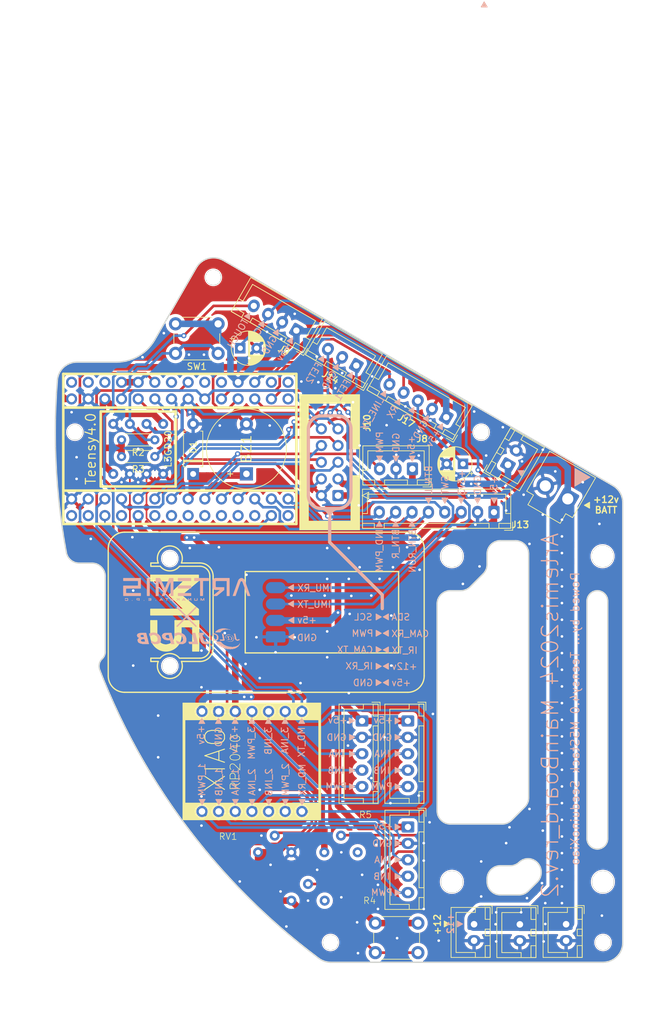
<source format=kicad_pcb>
(kicad_pcb (version 20221018) (generator pcbnew)
  (layers (0 "F.Cu" signal) (31 "B.Cu" signal) (34 "B.Paste" user) (35 "F.Paste" user) (36 "B.SilkS" user "B.Silkscreen") (37 "F.SilkS" user "F.Silkscreen") (38 "B.Mask" user) (39 "F.Mask" user) (44 "Edge.Cuts" user))
  (net 0 "")
  (net 1 "Buzzer")
  (net 2 "GND")
  (net 3 "Net-(J17-Pin_3)")
  (net 4 "Net-(J9-Pin_3)")
  (net 5 "+5V")
  (net 6 "MD1_INA")
  (net 7 "MD1_INB")
  (net 8 "MD1_PWM")
  (net 9 "MD2_INA")
  (net 10 "MD2_INB")
  (net 11 "MD2_PWM")
  (net 12 "MD3_INA")
  (net 13 "MD3_INB")
  (net 14 "MD3_PWM")
  (net 15 "+12V")
  (net 16 "IMU_TX")
  (net 17 "IMU_RX")
  (net 18 "BLDC_PWM")
  (net 19 "Touch")
  (net 20 "IR_RX")
  (net 21 "IR_TX")
  (net 22 "CAM_TX")
  (net 23 "CAM_RX")
  (net 24 "NeoPixel_PWM")
  (net 25 "L3GD_SDA")
  (net 26 "L3GD_SCL")
  (net 27 "+3.3V")
  (net 28 "SWT_START")
  (net 29 "BTN_Left")
  (net 30 "BTN_Run")
  (net 31 "BTN_Right")
  (net 32 "IND_PWM")
  (net 33 "FET1_Digital")
  (net 34 "FET2_Digital")
  (net 35 "TWILIGHT_TX")
  (net 36 "TWILIGHT_RX")
  (net 37 "LINE_RX")
  (net 38 "LINE_TX")
  (net 39 "LED1")
  (net 40 "LED2")
  (net 41 "LED3")
  (net 42 "L3GD_Trim")
  (net 43 "L3GD_RST")
  (net 44 "BTN_EX")
  (net 45 "MD_RX")
  (net 46 "MD_TX")
  (net 52 "EX_RX")
  (net 53 "EX_TX")
  (net 60 "D-")
  (net 61 "D+")
  (footprint "Connector_JST:JST_XH_B2B-XH-A_1x02_P2.50mm_Vertical" (layer "F.Cu") (at 180.27 143.55 -90)
    (fp_text reference "J6" hide)
    (fp_text value "Conn_01x02_Socket" hide)
  )
  (footprint "Connector_JST:JST_XH_B5B-XH-A_1x05_P2.50mm_Vertical" (layer "F.Cu") (at 176.022 66.294 150)
    (fp_text reference "J17")
    (fp_text value "Conn_01x05_Socket" hide)
  )
  (footprint "MountingHole:MountingHole_3.2mm_M3" (layer "F.Cu") (at 199.8726 87.4776)
    (fp_text reference "REF**" hide)
    (fp_text value "MountingHole_3.2mm_M3" hide)
  )
  (footprint "Resistor_THT:R_Axial_DIN0204_L3.6mm_D1.6mm_P5.08mm_Horizontal" (layer "F.Cu") (at 131.572 72.2884 180)
    (fp_text reference "R3")
    (fp_text value "R")
  )
  (footprint "可変抵抗:可変抵抗" (layer "F.Cu") (at 154.94 139.954)
    (fp_text reference "R4")
    (fp_text value "R_Trim" hide)
  )
  (footprint "Connector_JST:JST_VH_B2P-VH-B_1x02_P3.96mm_Vertical" (layer "F.Cu") (at 194.564 78.74 150)
    (fp_text reference "J11" hide)
    (fp_text value "Conn_01x02_Socket" hide)
  )
  (footprint "Teensy_Breakout:Teensy_Brakeout" (layer "F.Cu") (at 134.922 71.13 90)
    (fp_text reference "U1" hide)
    (fp_text value "Teensy4.0")
  )
  (footprint "MountingHole:MountingHole_3.2mm_M3" (layer "F.Cu") (at 176.8856 137.0838)
    (fp_text reference "REF**" hide)
    (fp_text value "MountingHole_3.2mm_M3" hide)
  )
  (footprint "Connector_JST:JST_XH_B2B-XH-A_1x02_P2.50mm_Vertical" (layer "F.Cu") (at 185.44 73.539064 60)
    (fp_text reference "J12" hide)
    (fp_text value "Conn_01x02_Socket" hide)
  )
  (footprint "Connector_JST:JST_XH_B4B-XH-A_1x04_P2.50mm_Vertical" (layer "F.Cu") (at 153.162 53.086 150)
    (fp_text reference "J9")
    (fp_text value "Conn_01x04_Socket" hide)
  )
  (footprint "MountingHole:MountingHole_2.2mm_M2" (layer "F.Cu") (at 181.356 68.58)
    (fp_text reference "REF**" hide)
    (fp_text value "MountingHole_2.2mm_M2" hide)
  )
  (footprint "Connector_JST:JST_XH_B5B-XH-A_1x05_P2.50mm_Vertical" (layer "F.Cu") (at 163.1823 112.5728 -90)
    (fp_text reference "J3" hide)
    (fp_text value "Conn_01x05_Socket" hide)
  )
  (footprint "MountingHole:MountingHole_2.2mm_M2" (layer "F.Cu") (at 133.858 87.8332)
    (fp_text reference "REF**" hide)
    (fp_text value "MountingHole_2.2mm_M2" hide)
  )
  (footprint "Connector_IDC:IDC-Header_2x05_P2.54mm_Vertical" (layer "F.Cu") (at 159.512 78.232 180)
    (fp_text reference "J10")
    (fp_text value "Conn_01x10_Socket" hide)
  )
  (footprint "Connector_JST:JST_XH_B5B-XH-A_1x05_P2.50mm_Vertical" (layer "F.Cu") (at 170.18 128.731 -90)
    (fp_text reference "J1" hide)
    (fp_text value "Conn_01x05_Socket" hide)
  )
  (footprint "MountingHole:MountingHole_2.2mm_M2" (layer "F.Cu") (at 140.4874 44.9834)
    (fp_text reference "REF**" hide)
    (fp_text value "MountingHole_2.2mm_M2" hide)
  )
  (footprint "MountingHole:MountingHole_3.2mm_M3" (layer "F.Cu") (at 199.9234 137.0838)
    (fp_text reference "REF**" hide)
    (fp_text value "MountingHole_3.2mm_M3" hide)
  )
  (footprint "Button_Switch_THT:SW_PUSH_6mm_H5mm" (layer "F.Cu") (at 141.224 56.57 180)
    (fp_text reference "SW1")
    (fp_text value "SW_Push" hide)
  )
  (footprint "Button_Switch_THT:SW_PUSH_6mm_H5mm" (layer "F.Cu") (at 171.704 147.8788 180)
    (fp_text reference "SW2" hide)
    (fp_text value "SW_Push" hide)
  )
  (footprint "Connector_JST:JST_XH_B2B-XH-A_1x02_P2.50mm_Vertical" (layer "F.Cu") (at 194.31 143.55 -90)
    (fp_text reference "J4" hide)
    (fp_text value "Conn_01x02_Socket" hide)
  )
  (footprint "可変抵抗:可変抵抗" (layer "F.Cu") (at 149.86 132.588)
    (fp_text reference "RV1")
    (fp_text value "R_Potentiometer_Trim_US" hide)
  )
  (footprint "MountingHole:MountingHole_2.2mm_M2" (layer "F.Cu") (at 158.369 146.3294)
    (fp_text reference "REF**" hide)
    (fp_text value "MountingHole_2.2mm_M2" hide)
  )
  (footprint "Connector_JST:JST_XH_B8B-XH-A_1x08_P2.50mm_Vertical" (layer "F.Cu") (at 183.308 80.772 180)
    (fp_text reference "J13")
    (fp_text value "Conn_01x08_Socket" hide)
  )
  (footprint "MountingHole:MountingHole_3.2mm_M3" (layer "F.Cu") (at 176.8856 87.4776)
    (fp_text reference "REF**" hide)
    (fp_text value "MountingHole_3.2mm_M3" hide)
  )
  (footprint "MountingHole:MountingHole_2.2mm_M2" (layer "F.Cu") (at 199.9488 146.3294)
    (fp_text reference "REF**" hide)
    (fp_text value "MountingHole_2.2mm_M2" hide)
  )
  (footprint "L3GD20H_Module:L3GD20H_Module_KiCad6.0" (layer "F.Cu") (at 127.762 71.13 -90)
    (fp_text reference "U3" hide)
    (fp_text value "~")
  )
  (footprint "Diode_THT:D_A-405_P7.62mm_Horizontal" (layer "F.Cu") (at 137.414 74.94 90)
    (fp_text reference "D1")
    (fp_text value "D")
  )
  (footprint "MountingHole:MountingHole_2.2mm_M2" (layer "F.Cu") (at 119.38 68.58)
    (fp_text reference "REF**" hide)
    (fp_text value "MountingHole_2.2mm_M2" hide)
  )
  (footprint "Resistor_THT:R_Axial_DIN0204_L3.6mm_D1.6mm_P5.08mm_Horizontal" (layer "F.Cu") (at 131.572 69.7484 180)
    (fp_text reference "R2")
    (fp_text value "R")
  )
  (footprint "MountingHole:MountingHole_2.2mm_M2" (layer "F.Cu") (at 133.858 104.1908)
    (fp_text reference "REF**" hide)
    (fp_text value "MountingHole_2.2mm_M2" hide)
  )
  (footprint "Connector_JST:JST_XH_B2B-XH-A_1x02_P2.50mm_Vertical" (layer "F.Cu") (at 187.255 143.57 -90)
    (fp_text reference "J5" hide)
    (fp_text value "Conn_01x02_Socket" hide)
  )
  (footprint "可変抵抗:可変抵抗" (layer "F.Cu") (at 159.9692 132.588)
    (fp_text reference "R5")
    (fp_text value "R_Trim" hide)
  )
  (footprint "Connector_JST:JST_XH_B3B-XH-A_1x03_P2.50mm_Vertical" (layer "F.Cu") (at 162.306 58.42 150)
    (fp_text reference "J14")
    (fp_text value "Conn_01x03_Socket" hide)
  )
  (footprint "Connector_JST:JST_XH_B5B-XH-A_1x05_P2.50mm_Vertical" (layer "F.Cu") (at 170.1673 112.5728 -90)
    (fp_text reference "J2" hide)
    (fp_text value "Conn_01x05_Socket" hide)
  )
  (footprint "Seeeduino_Xiao:seeeduinoXIAO" (layer "F.Cu") (at 146.05 118.8466 90)
    (fp_text reference "U2" hide)
    (fp_text value "SeeeduinoXIAO" hide)
  )
  (footprint "Capacitor_THT:CP_Radial_D5.0mm_P2.50mm" (layer "F.Cu") (at 178.5874 73.406 180)
    (fp_text reference "C1" hide)
    (fp_text value "C" hide)
  )
  (footprint "Buzzer_Beeper:Buzzer_12x9.5RM7.6" (layer "F.Cu") (at 145.542 74.93 90)
    (fp_text reference "BZ1")
    (fp_text value "Buzzer" hide)
  )
  (footprint "Connector_JST:JST_XH_B3B-XH-A_1x03_P2.50mm_Vertical" (layer "F.Cu") (at 170.862 74.168 180)
    (fp_text reference "J8")
    (fp_text value "Conn_01x03_Socket" hide)
  )
  (footprint "Capacitor_THT:CP_Radial_D5.0mm_P2.50mm" (layer "F.Cu") (at 144.6022 55.7784)
    (fp_text reference "C2" hide)
    (fp_text value "C" hide)
  )
  (footprint "Connector_JST:JST_XH_S4B-XH-A_1x04_P2.50mm_Horizontal" (layer "B.Cu") (at 150.008 99.762 90)
    (fp_text reference "J7" hide)
    (fp_text value "Conn_01x04_Socket" hide)
  )
  (footprint "Artemis_Logo:Artemis_Logo" (layer "B.Cu") (at 137.795 92.0496 180)
    (fp_text reference "G***" hide)
    (fp_text value "LOGO" hide)
  )
  (footprint "_Others:JLCPCB" (layer "B.Cu") (at 136.8044 100.1014 180)
    (fp_text reference "G***" hide)
    (fp_text value "LOGO" hide)
  )
  (gr_arc (start 158.242 81.455246) (mid 158.605787 80.576987) (end 159.484046 80.2132) (stroke (width 0.5)) (layer "B.SilkS"))
  (gr_line (start 166.2684 93.3704) (end 158.242 85.344) (stroke (width 0.5)) (layer "B.SilkS"))
  (gr_arc (start 159.512 66.0908) (mid 160.912919 66.67108) (end 161.4932 68.072) (stroke (width 0.5)) (layer "B.SilkS"))
  (gr_line (start 158.242 80.264) (end 158.242 85.344) (stroke (width 0.5)) (layer "B.SilkS"))
  (gr_line (start 154.9908 68.072) (end 154.9908 78.232) (stroke (width 0.5)) (layer "B.SilkS"))
  (gr_arc (start 156.999954 80.2132) (mid 157.878213 80.576987) (end 158.242 81.455246) (stroke (width 0.5)) (layer "B.SilkS"))
  (gr_line (start 156.972 80.2132) (end 159.512 80.2132) (stroke (width 0.5)) (layer "B.SilkS"))
  (gr_line (start 161.4932 78.232) (end 161.4932 68.072) (stroke (width 0.5)) (layer "B.SilkS"))
  (gr_arc (start 154.9908 68.072) (mid 155.57108 66.671081) (end 156.972 66.0908) (stroke (width 0.5)) (layer "B.SilkS"))
  (gr_line (start 166.2684 95.4532) (end 166.2684 93.3704) (stroke (width 0.5)) (layer "B.SilkS"))
  (gr_line (start 159.512 66.0908) (end 156.972 66.0908) (stroke (width 0.5)) (layer "B.SilkS"))
  (gr_arc (start 161.4932 78.232) (mid 160.91292 79.632919) (end 159.512 80.2132) (stroke (width 0.5)) (layer "B.SilkS"))
  (gr_arc (start 156.972 80.2132) (mid 155.571081 79.63292) (end 154.9908 78.232) (stroke (width 0.5)) (layer "B.SilkS"))
  (gr_arc (start 135.560001 99.6092) (mid 133.26 101.909201) (end 130.96 99.6092) (stroke (width 0.2)) (layer "F.SilkS"))
  (gr_arc (start 139.96 101.5092) (mid 139.52066 102.56986) (end 138.46 103.0092) (stroke (width 0.2)) (layer "F.SilkS"))
  (gr_line (start 135.333093 89.0092) (end 138.46 89.0092) (stroke (width 0.2)) (layer "F.SilkS"))
  (gr_poly (pts (xy 130.96 90.378266) (xy 130.96 91.218754) (xy 136.06 91.218754) (xy 133.796231 93.393733) (xy 136.06 95.568713) (xy 130.96 95.568713) (xy 130.96 96.4092) (xy 138.195705 96.4092) (xy 138.195705 95.568713) (xy 135.558547 93.393733) (xy 138.195705 91.218754) (xy 138.195705 90.378266)) (stroke (width 0.15)) (fill solid) (layer "F.SilkS"))
  (gr_line (start 168.76 89.8092) (end 168.76 102.2092) (stroke (width 0.2)) (layer "F.SilkS"))
  (gr_line (start 132.386908 103.0092) (end 130.96 103.0092) (stroke (width 0.2)) (layer "F.SilkS"))
  (gr_line (start 130.96 89.0092) (end 132.386908 89.0092) (stroke (width 0.2)) (layer "F.SilkS"))
  (gr_arc (start 172.66 105.7092) (mid 171.927767 107.476967) (end 170.16 108.2092) (stroke (width 0.2)) (layer "F.SilkS"))
  (gr_line (start 140.46 101.5092) (end 140.46 90.5092) (stroke (width 0.2)) (layer "F.SilkS"))
  (gr_line (start 130.96 90.378266) (end 138.195705 90.378266) (stroke (width 0.2)) (layer "F.SilkS"))
  (gr_line (start 130.96 97.3092) (end 131.86 97.3092) (stroke (width 0.2)) (layer "F.SilkS"))
  (gr_arc (start 140.46 101.5092) (mid 139.874214 102.923414) (end 138.46 103.5092) (stroke (width 0.2)) (layer "F.SilkS"))
  (gr_line (start 130.96 95.568713) (end 136.06 95.568713) (stroke (width 0.2)) (layer "F.SilkS"))
  (gr_line (start 138.26 97.3092) (end 138.26 101.9092) (stroke (width 0.2)) (layer "F.SilkS"))
  (gr_line (start 130.96 91.218754) (end 130.96 90.378266) (stroke (width 0.2)) (layer "F.SilkS"))
  (gr_line (start 135.558547 93.393733) (end 138.195705 95.568713) (stroke (width 0.2)) (layer "F.SilkS"))
  (gr_line (start 138.195705 91.218754) (end 135.558547 93.393733) (stroke (width 0.2)) (layer "F.SilkS"))
  (gr_line (start 124.46 86.3092) (end 124.46 105.7092) (stroke (width 0.2)) (layer "F.SilkS"))
  (gr_line (start 132.093648 88.5092) (end 130.96 88.5092) (stroke (width 0.2)) (layer "F.SilkS"))
  (gr_arc (start 132.093648 88.5092) (mid 133.86 85.9092) (end 135.626353 88.5092) (stroke (width 0.2)) (layer "F.SilkS"))
  (gr_line (start 135.626352 103.5092) (end 138.46 103.5092) (stroke (width 0.2)) (layer "F.SilkS"))
  (gr_line (start 139.96 90.5092) (end 139.96 101.5092) (stroke (width 0.2)) (layer "F.SilkS"))
  (gr_line (start 130.96 103.5092) (end 132.093648 103.5092) (stroke (width 0.2)) (layer "F.SilkS"))
  (gr_arc (start 124.46 86.3092) (mid 125.192233 84.541433) (end 126.96 83.8092) (stroke (width 0.2)) (layer "F.SilkS"))
  (gr_line (start 168.76 102.2092) (end 145.36 102.2092) (stroke (width 0.2)) (layer "F.SilkS"))
  (gr_poly (pts (xy 161.492 71.102) (xy 162.7632 71.0946) (xy 162.7258 62.8874) (xy 153.682 62.862) (xy 153.682 83.442) (xy 162.802 83.442) (xy 162.802 75.202) (xy 161.492 75.202) (xy 161.492 82.142) (xy 154.992 82.142) (xy 154.992 64.162) (xy 161.492 64.162)) (stroke (width 0.1)) (fill solid) (layer "F.SilkS"))
  (gr_line (start 136.06 95.568713) (end 133.796231 93.393733) (stroke (width 0.2)) (layer "F.SilkS"))
  (gr_arc (start 132.386908 103.0092) (mid 133.86 102.3092) (end 135.333092 103.0092) (stroke (width 0.2)) (layer "F.SilkS"))
  (gr_arc (start 135.626352 103.5092) (mid 133.86 106.1092) (end 132.093648 103.5092) (stroke (width 0.2)) (layer "F.SilkS"))
  (gr_line (start 134.66 99.6092) (end 134.66 97.3092) (stroke (width 0.2)) (layer "F.SilkS"))
  (gr_arc (start 138.46 88.5092) (mid 139.874214 89.094986) (end 140.46 90.5092) (stroke (width 0.2)) (layer "F.SilkS"))
  (gr_line (start 130.96 88.5092) (end 130.96 89.0092) (stroke (width 0.2)) (layer "F.SilkS"))
  (gr_line (start 130.96 96.4092) (end 130.96 95.568713) (stroke (width 0.2)) (layer "F.SilkS"))
  (gr_line (start 133.796231 93.393733) (end 136.06 91.218754) (stroke (width 0.2)) (layer "F.SilkS"))
  (gr_arc (start 126.96 108.2092) (mid 125.192233 107.476967) (end 124.46 105.7092) (stroke (width 0.2)) (layer "F.SilkS"))
  (gr_line (start 131.86 97.3092) (end 131.86 99.6092) (stroke (width 0.2)) (layer "F.SilkS"))
  (gr_line (start 138.46 88.5092) (end 135.626353 88.5092) (stroke (width 0.2)) (layer "F.SilkS"))
  (gr_line (start 137.36 101.9092) (end 137.36 98.2092) (stroke (width 0.2)) (layer "F.SilkS"))
  (gr_line (start 138.46 103.0092) (end 135.333092 103.0092) (stroke (width 0.2)) (layer "F.SilkS"))
  (gr_line (start 136.06 91.218754) (end 130.96 91.218754) (stroke (width 0.2)) (layer "F.SilkS"))
  (gr_poly (pts (xy 138.26 101.9092) (xy 138.26 97.3092) (xy 134.66 97.3092) (xy 134.66 99.6092) (xy 134.5184 100.33) (xy 134.0612 100.8126) (xy 133.26 101.0092) (xy 132.4102 100.838) (xy 132.0038 100.3808) (xy 131.86 99.6092) (xy 131.86 97.3092) (xy 130.96 97.3092) (xy 130.96 99.6092) (xy 131.191 100.5332) (xy 131.699 101.2698) (xy 132.3848 101.7016) (xy 133.26 101.909201) (xy 134.1374 101.7016) (xy 134.8232 101.2444) (xy 135.3312 100.6094) (xy 135.560001 99.6092) (xy 135.56 98.2092) (xy 137.36 98.2092) (xy 137.36 101.9092)) (stroke (width 0.15)) (fill solid) (layer "F.SilkS"))
  (gr_line (start 138.26 101.9092) (end 137.36 101.9092) (stroke (width 0.2)) (layer "F.SilkS"))
  (gr_arc (start 138.46 89.0092) (mid 139.52066 89.44854) (end 139.96 90.5092) (stroke (width 0.2)) (layer "F.SilkS"))
  (gr_line (start 130.96 103.0092) (end 130.96 103.5092) (stroke (width 0.2)) (layer "F.SilkS"))
  (gr_line (start 138.195705 90.378266) (end 138.195705 91.218754) (stroke (width 0.2)) (layer "F.SilkS"))
  (gr_arc (start 134.66 99.6092) (mid 133.26 101.0092) (end 131.86 99.6092) (stroke (width 0.2)) (layer "F.SilkS"))
  (gr_line (start 137.36 98.2092) (end 135.56 98.2092) (stroke (width 0.2)) (layer "F.SilkS"))
  (gr_line (start 172.66 105.7092) (end 172.66 86.3092) (stroke (width 0.2)) (layer "F.SilkS"))
  (gr_line (start 126.96 108.2092) (end 170.16 108.2092) (stroke (width 0.2)) (layer "F.SilkS"))
  (gr_line (start 130.96 99.6092) (end 130.96 97.3092) (stroke (width 0.2)) (layer "F.SilkS"))
  (gr_arc (start 135.333093 89.0092) (mid 133.86 89.7092) (end 132.386908 89.0092) (stroke (width 0.2)) (layer "F.SilkS"))
  (gr_line (start 134.66 97.3092) (end 138.26 97.3092) (stroke (width 0.2)) (layer "F.SilkS"))
  (gr_line (start 170.16 83.8092) (end 126.96 83.8092) (stroke (width 0.2)) (layer "F.SilkS"))
  (gr_line (start 138.195705 95.568713) (end 138.195705 96.4092) (stroke (width 0.2)) (layer "F.SilkS"))
  (gr_line (start 138.195705 96.4092) (end 130.96 96.4092) (stroke (width 0.2)) (layer "F.SilkS"))
  (gr_line (start 145.36 89.8092) (end 168.76 89.8092) (stroke (width 0.2)) (layer "F.SilkS"))
  (gr_line (start 145.36 102.2092) (end 145.36 89.8092) (stroke (width 0.2)) (layer "F.SilkS"))
  (gr_line (start 135.56 98.2092) (end 135.560001 99.6092) (stroke (width 0.2)) (layer "F.SilkS"))
  (gr_arc (start 170.16 83.8092) (mid 171.927767 84.541433) (end 172.66 86.3092) (stroke (width 0.2)) (layer "F.SilkS"))
  (gr_line (start 187.138617 139.079107) (end 184.252044 139.079107) (stroke (width 0.2)) (layer "Edge.Cuts"))
  (gr_arc (start 199.079044 132.094107) (mid 197.956866 131.629285) (end 197.492044 130.507107) (stroke (width 0.2)) (layer "Edge.Cuts"))
  (gr_line (start 116.578706 74.782456) (end 116.72394 76.795672) (stroke (width 0.2)) (layer "Edge.Cuts"))
  (gr_line (start 125.29347 109.848933) (end 126.14469 111.679111) (stroke (width 0.2)) (layer "Edge.Cuts"))
  (gr_line (start 116.834337 59.991432) (end 116.74875 60.324599) (stroke (width 0.2)) (layer "Edge.Cuts"))
  (gr_line (start 144.4841 138.092068) (end 145.901455 139.52916) (stroke (width 0.2)) (layer "Edge.Cuts"))
  (gr_line (start 202.633889 77.977877) (end 202.459455 77.675748) (stroke (width 0.2)) (layer "Edge.Cuts"))
  (gr_arc (start 197.492044 94.311107) (mid 197.956866 93.188929) (end 199.079044 92.724107) (stroke (width 0.2)) (layer "Edge.Cuts"))
  (gr_line (start 200.288888 149.324801) (end 200.620556 149.268453) (stroke (width 0.2)) (layer "Edge.Cuts"))
  (gr_line (start 140.73944 42.016353) (end 140.403083 42.010061) (stroke (width 0.2)) (layer "Edge.Cuts"))
  (gr_line (start 126.213341 57.884357) (end 125.708914 57.903236) (stroke (width 0.2)) (layer "Edge.Cuts"))
  (gr_arc (start 199.080044 92.724107) (mid 200.202222 93.188929) (end 200.667044 94.311107) (stroke (width 0.2)) (layer "Edge.Cuts"))
  (gr_line (start 129.913541 118.816943) (end 130.944826 120.552045) (stroke (width 0.2)) (layer "Edge.Cuts"))
  (gr_line (start 116.410271 70.749283) (end 116.474136 72.76672) (stroke (width 0.2)) (layer "Edge.Cuts"))
  (gr_line (start 202.87778 147.011264) (end 202.934133 146.679597) (stroke (width 0.2)) (layer "Edge.Cuts"))
  (gr_line (start 126.714947 57.827835) (end 126.213341 57.884357) (stroke (width 0.2)) (layer "Edge.Cuts"))
  (gr_line (start 130.300072 56.101325) (end 129.917461 56.430586) (stroke (width 0.2)) (layer "Edge.Cuts"))
  (gr_line (start 200.620556 149.268453) (end 200.94383 149.175324) (stroke (width 0.2)) (layer "Edge.Cuts"))
  (gr_line (start 158.06719 149.326605) (end 158.387044 149.343705) (stroke (width 0.2)) (layer "Edge.Cuts"))
  (gr_line (start 184.252044 85.104107) (end 186.602044 85.104107) (stroke (width 0.2)) (layer "Edge.Cuts"))
  (gr_line (start 138.558418 42.734004) (end 138.316122 42.967389) (stroke (width 0.2)) (layer "Edge.Cuts"))
  (gr_line (start 179.66283 92.138321) (end 181.666258 90.134893) (stroke (width 0.2)) (layer "Edge.Cuts"))
  (gr_line (start 202.493168 147.939791) (end 202.655902 147.645348) (stroke (width 0.2)) (layer "Edge.Cuts"))
  (gr_line (start 184.598617 128.284107) (end 176.632044 128.284107) (stroke (width 0.2)) (layer "Edge.Cuts"))
  (gr_arc (start 181.365425 67.49411) (mid 182.467807 68.594107) (end 181.365425 69.694104) (stroke (width 0.2)) (layer "Edge.Cuts"))
  (gr_line (start 188.016258 125.694893) (end 186.01283 127.698321) (stroke (width 0.2)) (layer "Edge.Cuts"))
  (gr_line (start 142.015266 42.409805) (end 141.714908 42.258268) (stroke (width 0.2)) (layer "Edge.Cuts"))
  (gr_line (start 137.847863 130.494002) (end 139.113215 132.066584) (stroke (width 0.2)) (layer "Edge.Cuts"))
  (gr_line (start 200.94383 149.175324) (end 201.254644 149.046585) (stroke (width 0.2)) (layer "Edge.Cuts"))
  (gr_circle (center 119.387044 68.594107) (end 118.287044 68.594107) (stroke (width 0.2)) (fill none) (layer "Edge.Cuts"))
  (gr_line (start 129.083905 56.998892) (end 128.637622 57.23476) (stroke (width 0.2)) (layer "Edge.Cuts"))
  (gr_line (start 128.637622 57.23476) (end 128.174959 57.436618) (stroke (width 0.2)) (layer "Edge.Cuts"))
  (gr_line (start 202.872129 78.632425) (end 202.77207 78.298213) (stroke (width 0.2)) (layer "Edge.Cuts"))
  (gr_line (start 138.10148 43.226434) (end 137.91719 43.507882) (stroke (width 0.2)) (layer "Edge.Cuts"))
  (gr_arc (start 187.142109 134.095939) (mid 189.303954 133.723395) (end 190.507044 135.557771) (stroke (width 0.2)) (layer "Edge.Cuts"))
  (gr_line (start 119.348999 57.922997) (end 119.010094 57.981894) (stroke (width 0.2)) (layer "Edge.Cuts"))
  (gr_line (start 139.113472 42.355594) (end 138.82532 42.529214) (stroke (width 0.2)) (layer "Edge.Cuts"))
  (gr_line (start 139.738812 42.110178) (end 139.419251 42.215327) (stroke (width 0.2)) (layer "Edge.Cuts"))
  (gr_line (start 128.174959 57.436618) (end 127.698506 57.603338) (stroke (width 0.2)) (layer "Edge.Cuts"))
  (gr_line (start 145.901455 139.52916) (end 147.347527 140.937352) (stroke (width 0.2)) (layer "Edge.Cuts"))
  (gr_line (start 139.419251 42.215327) (end 139.113472 42.355594) (stroke (width 0.2)) (layer "Edge.Cuts"))
  (gr_line (start 201.254644 149.046585) (end 201.549089 148.883855) (stroke (width 0.2)) (layer "Edge.Cuts"))
  (gr_arc (start 120.042654 88.526107) (mid 118.771376 88.07008) (end 118.079835 86.909959) (stroke (width 0.2)) (layer "Edge.Cuts"))
  (gr_line (start 116.387138 68.730969) (end 116.410271 70.749283) (stroke (width 0.2)) (layer "Edge.Cuts"))
  (gr_line (start 118.680158 58.0792) (end 118.363531 58.213636) (stroke (width 0.2)) (layer "Edge.Cuts"))
  (gr_circle (center 133.865044 104.204907) (end 132.765044 104.204907) (stroke (width 0.2)) (fill none) (layer "Edge.Cuts"))
  (gr_arc (start 176.632044 128.284107) (mid 175.21783 127.698321) (end 174.632044 126.284107) (stroke (width 0.2)) (layer "Edge.Cuts"))
  (gr_line (start 124.007046 90.526107) (end 124.007046 102.035525) (stroke (width 0.2)) (layer "Edge.Cuts"))
  (gr_line (start 158.387044 149.343705) (end 199.952996 149.343705) (stroke (width 0.2)) (layer "Edge.Cuts"))
  (gr_line (start 141.714908 42.258268) (end 141.399503 42.141241) (stroke (width 0.2)) (layer "Edge.Cuts"))
  (gr_line (start 157.750982 149.275501) (end 158.06719 149.326605) (stroke (width 0.2)) (layer "Edge.Cuts"))
  (gr_arc (start 188.602044 124.28068) (mid 188.449803 125.046047) (end 188.016258 125.694893) (stroke (width 0.2)) (layer "Edge.Cuts"))
  (gr_line (start 153.407029 146.269828) (end 154.987622 147.525159) (stroke (width 0.2)) (layer "Edge.Cuts"))
  (gr_circle (center 199.879644 87.491707) (end 198.279644 87.491707) (stroke (width 0.2)) (fill none) (layer "Edge.Cuts"))
  (gr_arc (start 184.252044 139.079107) (mid 182.83783 138.493321) (end 182.252044 137.079107) (stroke (width 0.2)) (layer "Edge.Cuts"))
  (gr_arc (start 158.361747 147.443414) (mid 157.276222 146.32371) (end 158.401341 145.243798) (stroke (width 0.2)) (layer "Edge.Cuts"))
  (gr_line (start 202.011718 77.142154) (end 201.74447 76.917904) (stroke (width 0.2)) (layer "Edge.Cuts"))
  (gr_line (start 190.507044 135.557771) (end 190.507044 135.71068) (stroke (width 0.2)) (layer "Edge.Cuts"))
  (gr_arc (start 186.602044 85.104107) (mid 188.016258 85.689893) (end 188.602044 87.104107) (stroke (width 0.2)) (layer "Edge.Cuts"))
  (gr_circle (center 176.892644 87.491707) (end 175.292644 87.491707) (stroke (width 0.2)) (fill none) (layer "Edge.Cuts"))
  (gr_line (start 138.316122 42.967389) (end 138.10148 43.226434) (stroke (width 0.2)) (layer "Edge.Cuts"))
  (gr_line (start 202.77207 78.298213) (end 202.633889 77.977877) (stroke (width 0.2)) (layer "Edge.Cuts"))
  (gr_arc (start 181.365425 69.694104) (mid 180.263044 68.594107) (end 181.365425 67.49411) (stroke (width 0.2)) (layer "Edge.Cuts"))
  (gr_line (start 127.210927 57.733988) (end 126.714947 57.827835) (stroke (width 0.2)) (layer "Edge.Cuts"))
  (gr_line (start 117.533929 58.819753) (end 117.309613 59.080536) (stroke (width 0.2)) (layer "Edge.Cuts"))
  (gr_line (start 138.82532 42.529214) (end 138.558418 42.734004) (stroke (width 0.2)) (layer "Edge.Cuts"))
  (gr_line (start 130.986272 55.361787) (end 130.657008 55.744394) (stroke (width 0.2)) (layer "Edge.Cuts"))
  (gr_line (start 140.403083 42.010061) (end 140.068137 42.041468) (stroke (width 0.2)) (layer "Edge.Cuts"))
  (gr_line (start 116.701864 60.665374) (end 116.562141 62.678979) (stroke (width 0.2)) (layer "Edge.Cuts"))
  (gr_line (start 119.010094 57.981894) (end 118.680158 58.0792) (stroke (width 0.2)) (layer "Edge.Cuts"))
  (gr_line (start 118.363531 58.213636) (end 118.064376 58.383434) (stroke (width 0.2)) (layer "Edge.Cuts"))
  (gr_circle (center 133.865044 87.847307) (end 132.765044 87.847307) (stroke (width 0.2)) (fill none) (layer "Edge.Cuts"))
  (gr_line (start 136.614509 128.896202) (end 137.847863 130.494002) (stroke (width 0.2)) (layer "Edge.Cuts"))
  (gr_line (start 202.298489 148.214162) (end 202.493168 147.939791) (stroke (width 0.2)) (layer "Edge.Cuts"))
  (gr_line (start 202.934133 146.679597) (end 202.952996 146.343705) (stroke (width 0.2)) (layer "Edge.Cuts"))
  (gr_line (start 117.402946 82.811995) (end 117.710076 84.806939) (stroke (width 0.2)) (layer "Edge.Cuts"))
  (gr_line (start 156.859831 148.925878) (end 157.143842 149.073989) (stroke (width 0.2)) (layer "Edge.Cuts"))
  (gr_line (start 117.116625 59.365284) (end 116.957502 59.670253) (stroke (width 0.2)) (layer "Edge.Cuts"))
  (gr_arc (start 200.030711 147.440956) (mid 198.855645 146.419996) (end 199.878129 145.246256) (stroke (width 0.2)) (layer "Edge.Cuts"))
  (gr_line (start 202.952996 79.324271) (end 202.932712 78.975993) (stroke (width 0.2)) (layer "Edge.Cuts"))
  (gr_arc (start 174.632044 94.724107) (mid 175.21783 93.309893) (end 176.632044 92.724107) (stroke (width 0.2)) (layer "Edge.Cuts"))
  (gr_line (start 197.492044 130.507107) (end 197.492044 94.311107) (stroke (width 0.2)) (layer "Edge.Cuts"))
  (gr_line (start 148.821727 142.31607) (end 150.323453 143.664754) (stroke (width 0.2)) (layer "Edge.Cuts"))
  (gr_line (start 128.917486 117.061379) (end 129.913541 118.816943) (stroke (width 0.2)) (layer "Edge.Cuts"))
  (gr_arc (start 124.007046 102.035525) (mid 123.883677 102.631248) (end 123.533864 103.12898) (stroke (width 0.2)) (layer "Edge.Cuts"))
  (gr_arc (start 123.164805 104.771548) (mid 123.097169 103.893606) (end 123.533864 103.12898) (stroke (width 0.2)) (layer "Edge.Cuts"))
  (gr_line (start 176.632044 92.724107) (end 178.248617 92.724107) (stroke (width 0.2)) (layer "Edge.Cuts"))
  (gr_line (start 141.072978 42.060263) (end 140.73944 42.016353) (stroke (width 0.2)) (layer "Edge.Cuts"))
  (gr_line (start 124.479362 108.001948) (end 125.29347 109.848933) (stroke (width 0.2)) (layer "Edge.Cuts"))
  (gr_line (start 143.096039 136.626662) (end 144.4841 138.092068) (stroke (width 0.2)) (layer "Edge.Cuts"))
  (gr_line (start 156.59323 148.748332) (end 156.859831 148.925878) (stroke (width 0.2)) (layer "Edge.Cuts"))
  (gr_line (start 201.823463 148.68918) (end 202.074314 148.46501) (stroke (width 0.2)) (layer "Edge.Cuts"))
  (gr_line (start 199.079044 92.724107) (end 199.080044 92.724107) (stroke (width 0.2)) (layer "Edge.Cuts"))
  (gr_line (start 116.404746 66.712598) (end 116.387138 68.730969) (stroke (width 0.2)) (layer "Edge.Cuts"))
  (gr_line (start 119.692419 57.903236) (end 119.348999 57.922997) (stroke (width 0.2)) (layer "Edge.Cuts"))
  (gr_line (start 174.632044 126.284107) (end 174.632044 94.724107) (stroke (width 0.2)) (layer "Edge.Cuts"))
  (gr_line (start 116.909778 78.805545) (end 117.136144 80.811259) (stroke (width 0.2)) (layer "Edge.Cuts"))
  (gr_arc (start 200.667044 130.507107) (mid 200.202222 131.629285) (end 199.080044 132.094107) (stroke (width 0.2)) (layer "Edge.Cuts"))
  (gr_arc (start 188.55283 138.493321) (mid 187.903984 138.926866) (end 187.138617 139.079107) (stroke (width 0.2)) (layer "Edge.Cuts"))
  (gr_line (start 116.72394 76.795672) (end 116.909778 78.805545) (stroke (width 0.2)) (layer "Edge.Cuts"))
  (gr_line (start 135.413655 127.273833) (end 136.614509 128.896202) (stroke (width 0.2)) (layer "Edge.Cuts"))
  (gr_line (start 116.474136 72.76672) (end 116.578706 74.782456) (stroke (width 0.2)) (layer "Edge.Cuts"))
  (gr_line (start 131.286025 54.955645) (end 130.986272 55.361787) (stroke (width 0.2)) (layer "Edge.Cuts"))
  (gr_line (start 202.074314 148.46501) (end 202.298489 148.214162) (stroke (width 0.2)) (layer "Edge.Cuts"))
  (gr_line (start 141.399503 42.141241) (end 141.072978 42.060263) (stroke (width 0.2)) (layer "Edge.Cuts"))
  (gr_line (start 126.14469 111.679111) (end 127.032677 113.491736) (stroke (width 0.2)) (layer "Edge.Cuts"))
  (gr_line (start 117.710076 84.806939) (end 118.057408 86.795277) (stroke (width 0.2)) (layer "Edge.Cuts"))
  (gr_line (start 131.554585 54.528236) (end 131.286025 54.955645) (stroke (width 0.2)) (layer "Edge.Cuts"))
  (gr_line (start 151.852095 144.982852) (end 153.407029 146.269828) (stroke (width 0.2)) (layer "Edge.Cuts"))
  (gr_line (start 199.080044 132.094107) (end 199.079044 132.094107) (stroke (width 0.2)) (layer "Edge.Cuts"))
  (gr_line (start 137.91719 43.507882) (end 131.554585 54.528236) (stroke (width 0.2)) (layer "Edge.Cuts"))
  (gr_arc (start 140.9954 44.0182) (mid 141.499816 45.498454) (end 140.01431 45.987189) (stroke (width 0.2)) (layer "Edge.Cuts"))
  (gr_arc (start 182.252044 88.72068) (mid 182.099803 89.486047) (end 181.666258 90.134893) (stroke (width 0.2)) (layer "Edge.Cuts"))
  (gr_line (start 199.952996 149.343705) (end 200.288888 149.324801) (stroke (width 0.2)) (layer "Edge.Cuts"))
  (gr_arc (start 122.007046 88.526107) (mid 123.42126 89.111893) (end 124.007046 90.526107) (stroke (width 0.2)) (layer "Edge.Cuts"))
  (gr_line (start 202.251125 77.395912) (end 202.011718 77.142154) (stroke (width 0.2)) (layer "Edge.Cuts"))
  (gr_line (start 123.164805 104.771548) (end 123.702698 106.138906) (stroke (width 0.2)) (layer "Edge.Cuts"))
  (gr_line (start 116.957502 59.670253) (end 116.834337 59.991432) (stroke (width 0.2)) (layer "Edge.Cuts"))
  (gr_line (start 116.74875 60.324599) (end 116.701864 60.665374) (stroke (width 0.2)) (layer "Edge.Cuts"))
  (gr_line (start 140.410049 133.613306) (end 141.737838 135.133539) (stroke (width 0.2)) (layer "Edge.Cuts"))
  (gr_line (start 129.917461 56.430586) (end 129.511316 56.730333) (stroke (width 0.2)) (layer "Edge.Cuts"))
  (gr_line (start 139.113215 132.066584) (end 140.410049 133.613306) (stroke (width 0.2)) (layer "Edge.Cuts"))
  (gr_line (start 133.111392 123.958047) (end 134.245791 125.627558) (stroke (width 0.2)) (layer "Edge.Cuts"))
  (gr_line (start 117.309613 59.080536) (end 117.116625 59.365284) (stroke (width 0.2)) (layer "Edge.Cuts"))
  (gr_arc (start 187.142109 134.095939) (mid 186.510774 134.494707) (end 185.777174 134.634107) (stroke (width 0.2)) (layer "Edge.Cuts"))
  (gr_line (start 182.252044 137.079107) (end 182.252044 136.634107) (stroke (width 0.2)) (layer "Edge.Cuts"))
  (gr_line (start 116.562141 62.678979) (end 116.463088 64.694995) (stroke (width 0.2)) (layer "Edge.Cuts"))
  (gr_line (start 154.987622 147.525159) (end 156.59323 148.748332) (stroke (width 0.2)) (layer "Edge.Cuts"))
  (gr_line (start 140.068137 42.041468) (end 139.738812 42.110178) (stroke (width 0.2)) (layer "Edge.Cuts"))
  (gr_line (start 123.702698 106.138906) (end 124.479362 108.001948) (stroke (width 0.2)) (layer "Edge.Cuts"))
  (gr_line (start 201.74447 76.917904) (end 201.452996 76.726195) (stroke (width 0.2)) (layer "Edge.Cuts"))
  (gr_line (start 132.010921 122.265979) (end 133.111392 123.958047) (stroke (width 0.2)) (layer "Edge.Cuts"))
  (gr_line (start 117.136144 80.811259) (end 117.402946 82.811995) (stroke (width 0.2)) (layer "Edge.Cuts"))
  (gr_line (start 189.921258 137.124893) (end 188.55283 138.493321) (stroke (width 0.2)) (layer "Edge.Cuts"))
  (gr_arc (start 182.252044 87.104107) (mid 182.83783 85.689893) (end 184.252044 85.104107) (stroke (width 0.2)) (layer "Edge.Cuts"))
  (gr_line (start 134.245791 125.627558) (end 135.413655 127.273833) (stroke (width 0.2)) (layer "Edge.Cuts"))
  (gr_line (start 127.032677 113.491736) (end 127.957068 115.286069) (stroke (width 0.2)) (layer "Edge.Cuts"))
  (gr_line (start 120.042654 88.526107) (end 122.007046 88.526107) (stroke (width 0.2)) (layer "Edge.Cuts"))
  (gr_circle (center 199.930444 137.097907) (end 198.330444 137.097907) (stroke (width 0.2)) (fill none) (layer "Edge.Cuts"))
  (gr_line (start 130.657008 55.744394) (end 130.300072 56.101325) (stroke (width 0.2)) (layer "Edge.Cuts"))
  (gr_arc (start 186.01283 127.698321) (mid 185.363984 128.131866) (end 184.598617 128.284107) (stroke (width 0.2)) (layer "Edge.Cuts"))
  (gr_line (start 141.737838 135.133539) (end 143.096039 136.626662) (stroke (width 0.2)) (layer "Edge.Cuts"))
  (gr_line (start 202.459455 77.675748) (end 202.251125 77.395912) (stroke (width 0.2)) (layer "Edge.Cuts"))
  (gr_line (start 117.786624 58.586363) (end 117.533929 58.819753) (stroke (width 0.2)) (layer "Edge.Cuts"))
  (gr_line (start 200.667044 94.311107) (end 200.667044 130.507107) (stroke (width 0.2)) (layer "Edge.Cuts"))
  (gr_arc (start 179.66283 92.138321) (mid 179.013984 92.571866) (end 178.248617 92.724107) (stroke (width 0.2)) (layer "Edge.Cuts"))
  (gr_arc (start 190.507044 135.71068) (mid 190.354803 136.476047) (end 189.921258 137.124893) (stroke (width 0.2)) (layer "Edge.Cuts"))
  (gr_line (start 184.252044 134.634107) (end 185.777174 134.634107) (stroke (width 0.2)) (layer "Edge.Cuts"))
  (gr_line (start 157.442026 149.190974) (end 157.750982 149.275501) (stroke (width 0.2)) (layer "Edge.Cuts"))
  (gr_line (start 202.932712 78.975993) (end 202.872129 78.632425) (stroke (width 0.2)) (layer "Edge.Cuts"))
  (gr_line (start 202.655902 147.645348) (end 202.784646 147.334537) (stroke (width 0.2)) (layer "Edge.Cuts"))
  (gr_arc (start 140.01431 45.987189) (mid 139.509894 44.506935) (end 140.9954 44.0182) (stroke (width 0.2)) (layer "Edge.Cuts"))
  (gr_line (start 130.944826 120.552045) (end 132.010921 122.265979) (stroke (width 0.2)) (layer "Edge.Cuts"))
  (gr_arc (start 182.252044 136.634107) (mid 182.83783 135.219893) (end 184.252044 134.634107) (stroke (width 0.2)) (layer "Edge.Cuts"))
  (gr_arc (start 199.878129 145.246256) (mid 201.053195 146.267216) (end 200.030711 147.440956) (stroke (width 0.2)) (layer "Edge.Cuts"))
  (gr_line (start 127.957068 115.286069) (end 128.917486 117.061379) (stroke (width 0.2)) (layer "Edge.Cuts"))
  (gr_line (start 202.784646 147.334537) (end 202.87778 147.011264) (stroke (width 0.2)) (layer "Edge.Cuts"))
  (gr_arc (start 158.401341 145.243798) (mid 159.486866 146.363502) (end 158.361747 147.443414) (stroke (width 0.2)) (layer "Edge.Cuts"))
  (gr_line (start 127.698506 57.603338) (end 127.210927 57.733988) (stroke (width 0.2)) (layer "Edge.Cuts"))
  (gr_line (start 147.347527 140.937352) (end 148.821727 142.31607) (stroke (width 0.2)) (layer "Edge.Cuts"))
  (gr_line (start 201.549089 148.883855) (end 201.823463 148.68918) (stroke (width 0.2)) (layer "Edge.Cuts"))
  (gr_line (start 129.511316 56.730333) (end 129.083905 56.998892) (stroke (width 0.2)) (layer "Edge.Cuts"))
  (gr_line (start 125.708914 57.903236) (end 119.692419 57.903236) (stroke (width 0.2)) (layer "Edge.Cuts"))
  (gr_line (start 202.952996 146.343705) (end 202.952996 79.324271) (stroke (width 0.2)) (layer "Edge.Cuts"))
  (gr_line (start 157.143842 149.073989) (end 157.442026 149.190974) (stroke (width 0.2)) (layer "Edge.Cuts"))
  (gr_line (start 201.452996 76.726195) (end 142.015266 42.409805) (stroke (width 0.2)) (layer "Edge.Cuts"))
  (gr_line (start 188.602044 87.104107) (end 188.602044 124.28068) (stroke (width 0.2)) (layer "Edge.Cuts"))
  (gr_line (start 118.057408 86.795277) (end 118.079835 86.909959) (stroke (width 0.2)) (layer "Edge.Cuts"))
  (gr_line (start 150.323453 143.664754) (end 151.852095 144.982852) (stroke (width 0.2)) (layer "Edge.Cuts"))
  (gr_line (start 118.064376 58.383434) (end 117.786624 58.586363) (stroke (width 0.2)) (layer "Edge.Cuts"))
  (gr_line (start 182.252044 88.72068) (end 182.252044 87.104107) (stroke (width 0.2)) (layer "Edge.Cuts"))
  (gr_line (start 116.463088 64.694995) (end 116.404746 66.712598) (stroke (width 0.2)) (layer "Edge.Cuts"))
  (gr_circle (center 176.892644 137.097907) (end 175.292644 137.097907) (stroke (width 0.2)) (fill none) (layer "Edge.Cuts"))
  (gr_text "\n▶" (at 164.9984 96.2152 180) (layer "B.SilkS") (effects (font (size 1 1)) (justify left bottom mirror)))
  (gr_text "\n▶" (at 167.894 135.7376 180) (layer "B.SilkS") (effects (font (size 1 1)) (justify left bottom mirror)))
  (gr_text "\n▶" (at 151.9936 124.206 90) (layer "B.SilkS") (effects (font (size 1 1)) (justify left bottom mirror)))
  (gr_text "INB" (at 160.5788 120.7008) (layer "B.SilkS") (effects (font (size 1 1)) (justify left bottom mirror)))
  (gr_text "\n▶" (at 139.2936 124.206 90) (layer "B.SilkS") (effects (font (size 1 1)) (justify left bottom mirror)))
  (gr_text "\n▶" (at 167.5384 99.7204) (layer "B.SilkS") (effects (font (size 1 1)) (justify left bottom mirror)))
  (gr_text "\n▶" (at 167.936074 64.262 -120) (layer "B.SilkS") (effects (font (size 1 1)) (justify left bottom mirror)))
  (gr_text "\n▶" (at 164.9984 106.2228 180) (layer "B.SilkS") (effects (font (size 1 1)) (justify left bottom mirror)))
  (gr_text "\n▶" (at 138.2268 113.284 -90) (layer "B.SilkS") (effects (font (size 1 1)) (justify left bottom mirror)))
  (gr_text "\n▶" (at 149.380689 53.6702 -120) (layer "B.SilkS") (effects (font (size 1 1)) (justify left bottom mirror)))
  (gr_text "\n▶" (at 166.37 71.882 90) (layer "B.SilkS") (effects (font (size 1 1)) (justify left bottom mirror)))
  (gr_text "\n▶" (at 167.894 114.554 180) (layer "B.SilkS") (effects (font (size 1 1)) (justify left bottom mirror)))
  (gr_text "\n▶" (at 154.5336 124.206 90) (layer "B.SilkS") (effects (font (size 1 1)) (justify left bottom mirror)))
  (gr_text "IMU_RX" (at 158.8008 92.9132) (layer "B.SilkS") (effects (font (size 1 1)) (justify left bottom mirror)))
  (gr_text "BTN_RUN" (at 171.45 83.2104 90) (layer "B.SilkS") (effects (font (size 1 1)) (justify left bottom mirror)))
  (gr_text "+5v" (at 171.2976 68.9864 90) (layer "B.SilkS") (effects (font (size 1 1)) (justify left bottom mirror)))
  (gr_text "\n▶" (at 160.6804 60.198 -120) (layer "B.SilkS") (effects (font (size 1 1)) (justify left bottom mirror)))
  (gr_text "GND" (at 141.8844 113.3856 90) (layer "B.SilkS") (effects (font (size 1 1)) (justify left bottom mirror)))
  (gr_text "\n▶" (at 172.291489 66.7766 -120) (layer "B.SilkS") (effects (font (size 1 1)) (justify left bottom mirror)))
  (gr_text "\n▶" (at 153.4668 113.284 -90) (layer "B.SilkS") (effects (font (size 1 1)) (justify left bottom mirror)))
  (gr_text "GND" (at 159.512 59.5376 60) (layer "B.SilkS") (effects (font (size 1 1)) (justify left bottom mirror)))
  (gr_text "PWM" (at 160.9852 123.1392) (layer "B.SilkS") (effects (font (size 1 1)) (justify left bottom mirror)))
  (gr_text "BTN_L" (at 173.9392 73.5584 90) (layer "B.SilkS") (effects (font (size 1 1)) (justify left bottom mirror)))
  (gr_text "+5v" (at 167.9956 129.1844) (layer "B.SilkS") (effects (font (size 1 1)) (justify left bottom mirror)))
  (gr_text "+5v" (at 139.192 113.1316 90) (layer "B.SilkS") (effects (font (size 1 1)) (justify left bottom mirror)))
  (gr_text "+12" (at 177.2666 141.732 90) (layer "B.SilkS") (effects (font (size 1 1) (thickness 0.2) bold) (justify left bottom mirror)))
  (gr_text "\n▶" (at 167.5384 102.2604) (layer "B.SilkS") (effects (font (size 1 1)) (justify left bottom mirror)))
  (gr_text "+5v" (at 175.3616 68.3768 60) (layer "B.SilkS") (effects (font (size 1 1)) (justify left bottom mirror)))
  (gr_text "\n▶" (at 198.5264 74.8538 60) (layer "B.SilkS") (effects (font (size 3 3)) (justify left bottom mirror)))
  (gr_text "1_PWM" (at 139.3444 118.9228 90) (layer "B.SilkS") (effects (font (size 1 1)) (justify left bottom mirror)))
  (gr_text "\n▶" (at 187.706 75.438 -30) (layer "B.SilkS") (effects (font (size 1 1)) (justify left bottom mirror)))
  (gr_text "GND" (at 164.9476 107.3404) (layer "B.SilkS") (effects (font (size 1 1)) (justify left bottom mirror)))
  (gr_text "IR_TX" (at 171.7548 102.4128) (layer "B.SilkS") (effects (font (size 1 1)) (justify left bottom mirror)))
  (gr_text "+5v" (at 170.7388 107.3404) (layer "B.SilkS") (effects (font (size 1 1)) (justify left bottom mirror)))
  (gr_text "MD_TX" (at 154.5336 113.3856 90) (layer "B.SilkS") (effects (font (size 1 1)) (justify left bottom mirror)))
  (gr_text "\n▶" (at 167.894 133.1976 180) (layer "B.SilkS") (effects (font (size 1 1)) (justify left bottom mirror)))
  (gr_text "\n▶" (at 160.9344 117.094 180) (layer "B.SilkS") (effects (font (size 1 1)) (justify left bottom mirror)))
  (gr_text "\n▶" (at 167.894 122.0724 180) (layer "B.SilkS") (effects (font (size 1 1)) (justify left bottom mirror)))
  (gr_text "PWM" (at 164.9984 99.822) (layer "B.SilkS") (effects (font (size 1 1)) (justify left bottom mirror)))
  (gr_text "FET1" (at 161.6456 60.8584 60) (layer "B.SilkS") (effects (font (size 1 1)) (justify left bottom mirror)))
  (gr_text "C" (at 148.1328 52.9844 60) (layer "B.SilkS") (effects (font (size 1 1)) (justify left bottom mirror)))
  (gr_text "\n▶" (at 153.1112 97.7392) (layer "B.SilkS") (effects (font (size 1 1)) (justify left bottom mirror)))
  (gr_text "INA" (at 160.5788 118.1608) (layer "B.SilkS") (effects (font (size 1 1)) (justify left bottom mirror)))
  (gr_text "\n▶" (at 167.894 138.2268 180) (layer "B.SilkS") (effects (font (size 1 1)) (justify left bottom mirror)))
  (gr_text "2_PWM" (at 152.0952 118.9228 90) (layer "B.SilkS") (effects (font (size 1 1)) (justify left bottom mirror)))
  (gr_text "PWM" (at 167.9448 123.1392) (layer "B.SilkS") (effects (font (size 1 1)) (justify left bottom mirror)))
  (gr_text "LINE_TX" (at 166.7764 63.4492 60) (layer "B.SilkS") (effects (font (size 1 1)) (justify left bottom mirror)))
  (gr_text "\n▶" (at 153.0604 92.7608) (layer "B.SilkS") (effects (font (size 1 1)) (justify left bottom mirror)))
  (gr_text "GND" (at 150.4188 54.1528 60) (layer "B.SilkS") (effects (font (size 1 1)) (justify left bottom mirror)))
  (gr_text "1_INA" (at 144.4244 119.7356 90) (layer "B.SilkS") (effects (font (size 1 1)) (justify left bottom mirror)))
  (gr_text "+3v3" (at 178.9684 74.2188 90) (layer "B.SilkS") (effects (font (size 1 1)) (justify left bottom mirror)))
  (gr_text "\n▶" (at 153.1112 100.2792) (layer "B.SilkS") (effects (font (size 1 1)) (justify left bottom mirror)))
  (gr_text "\n▶" (at 141.8336 124.206 90) (layer "B.SilkS") (effects (font (size 1 1)) (justify left bottom mirror)))
  (gr_text "\n▶" (at 146.9136 124.206 90) (layer "B.SilkS") (effects (font (size 1 1)) (justify left bottom mirror)))
  (gr_text "\n▶" (at 167.5384 107.2388) (layer "B.SilkS") (effects (font (size 1 1)) (justify left bottom mirror)))
  (gr_text "3_INB" (at 149.4536 113.3856 90) (layer "B.SilkS") (effects (font (size 1 1)) (justify left bottom mirror)))
  (gr_text "\n▶" (at 145.025274 51.1556 -120) (layer "B.SilkS") (effects (font (size 1 1)) (justify left bottom mirror)))
  (gr_text "\n▶" (at 164.9984 103.7336 180) (layer "B.SilkS") (effects (font (size 1 1)) (justify left bottom mirror)))
  (gr_text "\n▶" (at 165.3032 83.2612 -90) (layer "B.SilkS") (effects (font (size 1 1)) (justify left bottom mirror)))
  (gr_text "×" (at 133.1722 99.2378) (layer "B.SilkS") (effects (font (size 5 5) (thickness 0.22)) (justify left bottom)))
  (gr_text "\n▶" (at 177.3936 143.002 180) (layer "B.SilkS") (effects (font (size 1 1)) (justify left bottom mirror)))
  (gr_text "\n▶" (at 174.4472 68.0212 -120) (layer "B.SilkS") (effects (font (size 1 1)) (justify left bottom mirror)))
  (gr_text "MD_RX" (at 154.6352 119.0244 90) (layer "B.SilkS") (effects (font (size 1 1)) (justify left bottom mirror)))
  (gr_text "Artemis2024 MainBoard_rev.2" (at 193.3448 83.7438 90) (layer "B.SilkS") (effects (font (size 2.5 2.5) (thickness 0.2)) (justify left bottom mirror)))
  (gr_text "\n▶" (at 167.894 117.0432 180) (layer "B.SilkS") (effects (font (size 1 1)) (justify left bottom mirror)))
  (gr_text "GND" (at 181.4068 75.0316 90) (layer "B.SilkS") (effects (font (size 1 1)) (justify left bottom mirror)))
  (gr_text "SWT" (at 176.4284 75.0824 90) (layer "B.SilkS") (effects (font (size 1 1)) (justify left bottom mirror)))
  (gr_text "\n▶" (at 147.180985 52.4002 -120) (layer "B.SilkS") (effects (font (size 1 1)) (justify left bottom mirror)))
  (gr_text "CAM_RX" (at 173.482 99.8728) (layer "B.SilkS") (effects (font (size 1 1)) (justify left bottom mirror)))
  (gr_text "PWM" (at 166.4716 68.3768 90) (layer "B.SilkS") (effects (font (size 1 1)) (justify left bottom mirror)))
  (gr_text "C" (at 170.9928 66.04 60) (layer "B.SilkS") (effects (font (size 1 1)) (justify left bottom mirror)))
  (gr_text "\n▶" (at 167.894 128.2192 180) (layer "B.SilkS") (effects (font (size 1 1)) (justify left bottom mirror)))
  (gr_text "\n▶" (at 156.324985 57.6834 -120) (layer "B.SilkS") (effects (font (size 1 1)) (justify left bottom mirror)))
  (gr_text "GND" (at 168.9608 68.58 90) (layer "B.SilkS") (effects (font (size 1 1)) (justify left bottom mirror)))
  (gr_text "\n▶" (at 168.8592 71.882 90) (layer "B.SilkS") (effects (font (size 1 1)) (justify left bottom mirror)))
  (gr_text "\n▶" (at 149.4536 124.206 90) (layer "B.SilkS") (effects (font (size 1 1)) (justify left bottom mirror)))
  (gr_text "\n▶" (at 170.2816 83.2612 -90) (layer "B.SilkS") (effects (font (size 1 1)) (justify left bottom mirror)))
  (gr_text "\n▶" (at 170.091785 65.5066 -120) (layer "B.SilkS") (effects (font (size 1 1)) (justify left bottom mirror)))
  (gr_text "SDA" (at 170.5864 97.3328) (layer "B.SilkS") (effects (font (size 1 1)) (justify left bottom mirror)))
  (gr_text "2_INA" (at 146.9644 119.7356 90) (layer "B.SilkS") (effects (font (size 1 1)) (justify left bottom mirror)))
  (gr_text "\n▶" (at 148.3868 113.284 -90) (layer "B.SilkS") (effects (font (size 1 1)) (justify left bottom mirror)))
  (gr_text "3_PWM" (at 146.9136 113.3348 90) (layer "B.SilkS") (effects (font (size 1 1)) (justify left bottom mirror)))
  (gr_text "CAM_TX" (at 164.9476 102.3112) (layer "B.SilkS") (effects (font (size 1 1)) (justify left bottom mirror)))
  (gr_text "\n▶" (at 173.8376 78.2828 90) (layer "B.SilkS") (effects (font (size 1 1)) (justify left bottom mirror)))
  (gr_text "\n▶" (at 144.3736 124.206 90) (layer "B.SilkS") (effects (font (size 1 1)) (justify left bottom mirror)))
  (gr_text "\n▶" (at 167.894 112.0648 180) (layer "B.SilkS") (effects (font (size 1 1)) (justify left bottom mirror)))
  (gr_text "FET2" (at 157.2768 58.2676 60) (layer "B.SilkS") (effects (font (size 1 1)) (justify left bottom mirror)))
  (gr_text "+3.3v" (at 144.272 113.1316 90) (layer "B.SilkS") (effects (font (size 1 1)) (justify left bottom mirror)))
  (gr_text "+5v" (at 183.896 75.1332 90) (layer "B.SilkS") (effects (font (size 1 1)) (justify left bottom mirror)))
  (gr_text "IR_RX" (at 164.9476 104.8004) (layer "B.SilkS") (effects (font (size 1 1)) (justify left bottom mirror)))
  (gr_text "\n▶" (at 160.9344 119.5832 180) (layer "B.SilkS") (effects (font (size 1 1)) (justify left bottom mirror)))
  (gr_text "TOUCH" (at 146.05 51.6128 60) (layer "B.SilkS") (effects (font (size 1 1)) (justify left bottom mirror)))
  (gr_text "\n▶" (at 181.5592 2.794 150) (layer "B.SilkS") (effects (font (size 1 1)) (justify left bottom mirror)))
  (gr_text "IND_PWM" (at 166.4208 83.2104 90) (layer "B.SilkS") (effects (font (size 1 1)) (justify left bottom mirror)))
  (gr_text "\n▶" (at 160.9344 122.0724 180) (layer "B.SilkS") (effects (font (size 1 1)) (justify left bottom mirror)))
  (gr_text "2_INB" (at 149.5552 119.6848 90) (layer "B.SilkS") (effects (font (size 1 1)) (justify left bottom mirror)))
  (gr_text "\n▶" (at 167.5384 104.7496) (layer "B.SilkS") (effects (font (size 1 1)) (justify left bottom mirror)))
  (gr_text "GND" (at 167.894 115.6716) (layer "B.SilkS") (effects (font (size 1 1)) (justify left bottom mirror)))
  (gr_text "\n▶" (at 181.3052 78.2828 90) (layer "B.SilkS") (effects (font (size 1 1)) (justify left bottom mirror)))
  (gr_text "+12v" (at 171.704 104.8512) (layer "B.SilkS") (effects (font (size 1 1)) (justify left bottom mirror)))
  (gr_text "INB" (at 167.5384 136.8552) (layer "B.SilkS") (effects (font (size 1 1)) (justify left bottom mirror)))
  (gr_text "\n▶" (at 145.8468 113.284 -90) (layer "B.SilkS") (effects (font (size 1 1)) (justify left bottom mirror)))
  (gr_text "RX" (at 168.91 64.8208 60) (layer "B.SilkS") (effects (font (size 1 1)) (justify left bottom mirror)))
  (gr_text "\n▶" (at 176.3268 78.2828 90) (layer "B.SilkS") (effects (font (size 1 1)) (justify left bottom mirror)))
  (gr_text "\n▶" (at 167.894 130.7084 180) (layer "B.SilkS") (effects (font (size 1 1)) (justify left bottom mirror)))
  (gr_text "GND" (at 173.4312 67.056 60) (layer "B.SilkS") (effects (font (size 1 1)) (justify left bottom mirror)))
  (gr_text "\n▶" (at 160.8836 112.0394 180) (layer "B.SilkS") (effects (font (size 1 1)) (justify left bottom mirror)))
  (gr_text "+5v" (at 167.9956 113.03) (layer "B.SilkS") (effects (font (size 1 1)) (justify left bottom mirror)))
  (gr_text "PWM" (at 167.9448 139.2936) (layer "B.SilkS") (effects (font (size 1 1)) (justify left bottom mirror)))
  (gr_text "\n▶" (at 167.894 119.5832 180) (layer "B.SilkS") (effects (font (size 1 1)) (justify left bottom mirror)))
  (gr_text "\n▶" (at 183.8452 78.2828 90) (layer "B.SilkS") (effects (font (size 1 1)) (justify left bottom mirror)))
  (gr_text "\n▶" (at 143.3068 113.284 -90) (layer "B.SilkS") (effects (font (size 1 1)) (justify left bottom mirror)))
  (gr_text "\n▶" (at 150.9268 113.284 -90) (layer "B.SilkS") (effects (font (size 1 1)) (justify left bottom mirror)))
  (gr_text "\n▶" (at 171.3484 71.882 90) (layer "B.SilkS") (effects (font (size 1 1)) (justify left bottom mirror)))
  (gr_text "INA" (at 167.5384 134.3152) (layer "B.SilkS") (effects (font (size 1 1)) (justify left bottom mirror)))
  (gr_text "INA" (at 167.5384 118.1608) (layer "B.SilkS") (effects (font (size 1 1)) (justify left bottom mirror)))
  (gr_text "Powed by... Teensy4.0 M5Stack SeeduinoXiao" (at 196.4436 89.789 90) (layer "B.SilkS") (effects (font (size 1.3 1.3)) (justify left bottom mirror)))
  (gr_text "\n▶" (at 165.780364 63.0174 -120) (layer "B.SilkS") (effects (font (size 1 1)) (justify left bottom mirror)))
  (gr_text "IMU_TX" (at 158.5468 95.4024) (layer "B.SilkS") (effects (font (size 1 1)) (justify left bottom mirror)))
  (gr_text "1_INB" (at 141.9352 119.6848 90) (layer "B.SilkS") (effects (font (size 1 1)) (justify left bottom mirror)))
  (gr_text "\n▶" (at 153.0604 95.25) (layer "B.SilkS") (effects (font (size 1 1)) (justify left bottom mirror)))
  (gr_text "GND" (at 167.894 131.826) (layer "B.SilkS") (effects (font (size 1 1)) (justify left bottom mirror)))
  (gr_text "+5v" (at 152.5016 55.2704 60) (layer "B.SilkS") (effects (font (size 1 1)) (justify left bottom mirror)))
  (gr_text "+5v" (at 156.3624 97.79) (layer "B.SilkS") (effects (font (size 1 1)) (justify left bottom mirror)))
  (gr_text "BTN_R" (at 168.91 83.2104 90) (layer "B.SilkS") (effects (font (size 1 1)) (justify left bottom mirror)))
  (gr_text "GND" (at 156.4132 100.4824) (layer "B.SilkS") (effects (font (size 1 1)) (justify left bottom mirror)))
  (gr_text "\n▶" (at 178.816 78.2828 90) (layer "B.SilkS") (effects (font (size 1 1)) (justify left bottom mirror)))
  (gr_text "SCL" (at 164.846 97.3328) (layer "B.SilkS") (effects (font (size 1 1)) (justify left bottom mirror)))
  (gr_text "\n▶" (at 140.7668 113.284 -90) (layer "B.SilkS") (effects (font (size 1 1)) (justify left bottom mirror)))
  (gr_text "\n▶" (at 164.9984 98.7044 180) (layer "B.SilkS") (effects (font (size 1 1)) (justify left bottom mirror)))
  (gr_text "3_INA" (at 151.9936 113.3856 90) (layer "B.SilkS") (effects (font (size 1 1)) (justify left bottom mirror)))
  (gr_text "INB" (at 167.5384 120.7008) (layer "B.SilkS") (effects (font (size 1 1)) (justify left bottom mirror)))
  (gr_text "\n▶" (at 164.9984 101.1936 180) (layer "B.SilkS") (effects (font (size 1 1)) (justify left bottom mirror)))
  (gr_text "\n▶" (at 167.7924 83.2612 -90) (layer "B.SilkS") (effects (font (size 1 1)) (justify left bottom mirror)))
  (gr_text "+5v" (at 161.036 113.03) (layer "B.SilkS") (effects (font (size 1 1)) (justify left bottom mirror)))
  (gr_text "\n▶" (at 167.5384 97.2312) (layer "B.SilkS") (effects (font (size 1 1)) (justify left bottom mirror)))
  (gr_text "\n▶" (at 151.5364 54.9148 -120) (layer "B.SilkS") (effects (font (size 1 1)) (justify left bottom mirror)))
  (gr_text "\n▶" (at 160.9344 114.554 180) (layer "B.SilkS") (effects (font (size 1 1)) (justify left bottom mirror)))
  (gr_text "\n▶" (at 158.524689 58.9534 -120) (layer "B.SilkS") (effects (font (size 1 1)) (justify left bottom mirror)))
  (gr_text "GND" (at 160.9344 115.6716) (layer "B.SilkS") (effects (font (size 1 1)) (justify left bottom mirror)))
  (gr_text "+12v\nBATT" (at 200.406 81.026) (layer "F.SilkS") (effects (font (size 1 1) (thickness 0.2) bold) (justify bottom)))
  (gr_text "\n▶" (at 175.387 144.018) (layer "F.SilkS") (effects (font (size 1 1)) (justify left bottom)))
  (gr_text "\n▶" (at 198.2216 79.1972 180) (layer "F.SilkS") (effects (font (size 1 1)) (justify left bottom)))
  (gr_text "+12" (at 175.26 145.288 90) (layer "F.SilkS") (effects (font (size 1 1) (thickness 0.2) bold) (justify left bottom)))
  (segment (start 138.4096 74.9604) (end 138.43 74.94) (width 0.5) (layer "F.Cu") (net 1))
  (segment (start 139.6632 75.452) (end 139.2936 75.0824) (width 0.5) (layer "F.Cu") (net 1))
  (segment (start 137.8204 76.464) (end 137.5968 76.6876) (width 0.5) (layer "F.Cu") (net 1))
  (segment (start 138.5112 76.8908) (end 139.964 75.438) (width 0.5) (layer "F.Cu") (net 1))
  (segment (start 137.5968 76.6876) (end 137.5968 75.7732) (width 0.5) (layer "F.Cu") (net 1))
  (segment (start 139.446 74.94) (end 139.7 74.94) (width 0.5) (layer "F.Cu") (net 1))
  (segment (start 138.7856 75.3364) (end 138.4096 74.9604) (width 0.5) (layer "F.Cu") (net 1))
  (segment (start 145.034 75.438) (end 140.462 75.438) (width 0.5) (layer "F.Cu") (net 1))
  (segment (start 139.3076 75.6044) (end 139.5476 75.6044) (width 0.5) (layer "F.Cu") (net 1))
  (segment (start 139.7 75.452) (end 139.6632 75.452) (width 0.5) (layer "F.Cu") (net 1))
  (segment (start 137.414 76.962) (end 137.6172 77.1652) (width 0.5) (layer "F.Cu") (net 1))
  (segment (start 140.3604 74.94) (end 145.532 74.94) (width 0.5) (layer "F.Cu") (net 1))
  (segment (start 136.652 78.75) (end 136.9568 78.4452) (width 0.5) (layer "F.Cu") (net 1))
  (segment (start 138.176 75.702) (end 137.414 74.94) (width 0.5) (layer "F.Cu") (net 1))
  (segment (start 139.696 75.6044) (end 140.3604 74.94) (width 0.5) (layer "F.Cu") (net 1))
  (segment (start 138.7856 76.3116) (end 138.938 76.464) (width 0.5) (layer "F.Cu") (net 1))
  (segment (start 137.414 75.946) (end 137.424 75.946) (width 0.5) (layer "F.Cu") (net 1))
  (segment (start 139.0396 75.3364) (end 138.7856 75.3364) (width 0.5) (layer "F.Cu") (net 1))
  (segment (start 139.5476 75.6044) (end 139.696 75.6044) (width 0.5) (layer "F.Cu") (net 1))
  (segment (start 139.7 74.94) (end 139.7 75.452) (width 0.5) (layer "F.Cu") (net 1))
  (segment (start 137.414 77.988) (end 136.652 78.75) (width 0.5) (layer "F.Cu") (net 1))
  (segment (start 136.9568 78.4452) (end 136.9568 75.3972) (width 0.5) (layer "F.Cu") (net 1))
  (segment (start 137.9982 76.3778) (end 137.6426 76.7334) (width 0.5) (layer "F.Cu") (net 1))
  (segment (start 145.542 74.93) (end 145.034 75.438) (width 0.5) (layer "F.Cu") (net 1))
  (segment (start 138.6332 75.7428) (end 137.8304 74.94) (width 0.5) (layer "F.Cu") (net 1))
  (segment (start 138.7856 75.3364) (end 138.7856 76.3116) (width 0.5) (layer "F.Cu") (net 1))
  (segment (start 137.414 74.94) (end 138.43 74.94) (width 0.5) (layer "F.Cu") (net 1))
  (segment (start 139.2936 75.0824) (end 139.0396 75.3364) (width 0.5) (layer "F.Cu") (net 1))
  (segment (start 138.43 76.464) (end 137.8204 76.464) (width 0.5) (layer "F.Cu") (net 1))
  (segment (start 138.8364 75.5396) (end 138.6332 75.7428) (width 0.5) (layer "F.Cu") (net 1))
  (segment (start 138.176 76.2) (end 137.9982 76.3778) (width 0.5) (layer "F.Cu") (net 1))
  (segment (start 137.414 74.94) (end 137.414 75.946) (width 0.5) (layer "F.Cu") (net 1))
  (segment (start 140.462 75.438) (end 139.8624 75.438) (width 0.5) (layer "F.Cu") (net 1))
  (segment (start 138.43 74.94) (end 139.446 74.94) (width 0.5) (layer "F.Cu") (net 1))
  (segment (start 138.6332 75.7428) (end 138.43 75.946) (width 0.5) (layer "F.Cu") (net 1))
  (segment (start 139.7 74.94) (end 140.3604 74.94) (width 0.5) (layer "F.Cu") (net 1))
  (segment (start 139.0396 75.3364) (end 139.3076 75.6044) (width 0.5) (layer "F.Cu") (net 1))
  (segment (start 139.446 74.94) (end 139.436 74.94) (width 0.5) (layer "F.Cu") (net 1))
  (segment (start 137.8304 74.94) (end 137.414 74.94) (width 0.5) (layer "F.Cu") (net 1))
  (segment (start 145.532 74.94) (end 145.542 74.93) (width 0.5) (layer "F.Cu") (net 1))
  (segment (start 137.414 75.946) (end 137.414 76.962) (width 0.5) (layer "F.Cu") (net 1))
  (segment (start 136.9568 75.3972) (end 137.414 74.94) (width 0.5) (layer "F.Cu") (net 1))
  (segment (start 138.6332 75.7428) (end 138.176 76.2) (width 0.5) (layer "F.Cu") (net 1))
  (segment (start 137.9982 75.5242) (end 137.414 74.94) (width 0.5) (layer "F.Cu") (net 1))
  (segment (start 137.424 75.946) (end 137.5968 75.7732) (width 0.5) (layer "F.Cu") (net 1))
  (segment (start 137.5968 75.7732) (end 138.4096 74.9604) (width 0.5) (layer "F.Cu") (net 1))
  (segment (start 138.176 76.2) (end 138.176 75.702) (width 0.5) (layer "F.Cu") (net 1))
  (segment (start 139.964 75.438) (end 140.462 75.438) (width 0.5) (layer "F.Cu") (net 1))
  (segment (start 137.414 76.962) (end 137.414 77.988) (width 0.5) (layer "F.Cu") (net 1))
  (segment (start 137.6426 76.7334) (end 137.5968 76.6876) (width 0.5) (layer "F.Cu") (net 1))
  (segment (start 138.938 76.464) (end 136.652 78.75) (width 0.5) (layer "F.Cu") (net 1))
  (segment (start 139.1158 75.819) (end 138.8364 75.5396) (width 0.5) (layer "F.Cu") (net 1))
  (segment (start 139.0396 75.3364) (end 138.8364 75.5396) (width 0.5) (layer "F.Cu") (net 1))
  (segment (start 139.7 75.452) (end 139.5476 75.6044) (width 0.5) (layer "F.Cu") (net 1))
  (segment (start 139.8624 75.438) (end 139.696 75.6044) (width 0.5) (layer "F.Cu") (net 1))
  (segment (start 139.1158 75.819) (end 139.0904 75.8444) (width 0.5) (layer "F.Cu") (net 1))
  (segment (start 137.6172 77.1652) (end 137.7288 77.1652) (width 0.5) (layer "F.Cu") (net 1))
  (segment (start 139.436 74.94) (end 139.2936 75.0824) (width 0.5) (layer "F.Cu") (net 1))
  (segment (start 138.43 75.946) (end 138.43 76.464) (width 0.5) (layer "F.Cu") (net 1))
  (segment (start 137.7288 77.1652) (end 138.43 76.464) (width 0.5) (layer "F.Cu") (net 1))
  (segment (start 137.9982 76.3778) (end 137.9982 75.5242) (width 0.5) (layer "F.Cu") (net 1))
  (segment (start 130.302 74.94) (end 130.302 81.681701) (width 0.25) (layer "F.Cu") (net 2))
  (segment (start 130.302 81.681701) (end 132.428099 83.8078) (width 0.25) (layer "F.Cu") (net 2))
  (segment (start 139.0528 83.8078) (end 141.351 86.106) (width 0.25) (layer "F.Cu") (net 2))
  (segment (start 127.762 74.94) (end 127.762 84.201) (width 0.25) (layer "F.Cu") (net 2))
  (segment (start 127.762 84.201) (end 128.143 84.582) (width 0.25) (layer "F.Cu") (net 2))
  (segment (start 126.492 60.97) (end 129.032 60.97) (width 1) (layer "F.Cu") (net 2))
  (segment (start 132.428099 83.8078) (end 139.0528 83.8078) (width 0.25) (layer "F.Cu") (net 2))
  (via (at 160.147 59.563) (size 0.8) (drill 0.4) (layers "F.Cu" "B.Cu") (net 2))
  (via (at 192.659 74.549) (size 0.8) (drill 0.4) (layers "F.Cu" "B.Cu") (net 2))
  (via (at 168.529 145.669) (size 0.8) (drill 0.4) (layers "F.Cu" "B.Cu") (net 2))
  (via (at 161.798 64.008) (size 0.8) (drill 0.4) (layers "F.Cu" "B.Cu") (net 2))
  (via (at 136.906 65.532) (size 0.8) (drill 0.4) (layers "F.Cu" "B.Cu") (net 2))
  (via (at 129.032 76.2) (size 0.8) (drill 0.4) (layers "F.Cu" "B.Cu") (net 2))
  (via (at 188.341 139.573) (size 0.8) (drill 0.4) (layers "F.Cu" "B.Cu") (net 2))
  (via (at 136.906 86.233) (size 0.8) (drill 0.4) (layers "F.Cu" "B.Cu") (net 2))
  (via (at 171.831 68.453) (size 0.8) (drill 0.4) (layers "F.Cu" "B.Cu") (net 2))
  (via (at 132.08 111.76) (size 0.8) (drill 0.4) (layers "F.Cu" "B.Cu") (net 2))
  (via (at 165.608 137.541) (size 0.8) (drill 0.4) (layers "F.Cu" "B.Cu") (net 2))
  (via (at 156.337 135.255) (size 0.8) (drill 0.4) (layers "F.Cu" "B.Cu") (net 2))
  (via (at 147.828 130.048) (size 0.8) (drill 0.4) (layers "F.Cu" "B.Cu") (net 2))
  (via (at 169.799 64.643) (size 0.8) (drill 0.4) (layers "F.Cu" "B.Cu") (net 2))
  (via (at 144.526 137.033) (size 0.8) (drill 0.4) (layers "F.Cu" "B.Cu") (net 2))
  (via (at 163.195 136.017) (size 0.8) (drill 0.4) (layers "F.Cu" "B.Cu") (net 2))
  (via (at 188.722 85.598) (size 0.8) (drill 0.4) (layers "F.Cu" "B.Cu") (net 2))
  (via (at 168.402 72.009) (size 0.8) (drill 0.4) (layers "F.Cu" "B.Cu") (net 2))
  (via (at 153.924 60.8584) (size 0.8) (drill 0.4) (layers "F.Cu" "B.Cu") (net 2))
  (via (at 172.593 133.858) (size 0.8) (drill 0.4) (layers "F.Cu" "B.Cu") (net 2))
  (via (at 162.687 79.7185) (size 0.8) (drill 0.4) (layers "F.Cu" "B.Cu") (net 2))
  (via (at 166.624 115.062) (size 0.8) (drill 0.4) (layers "F.Cu" "B.Cu") (net 2))
  (via (at 165.354 131.445) (size 0.8) (drill 0.4) (layers "F.Cu" "B.Cu") (net 2))
  (via (at 162.56 147.955) (size 0.8) (drill 0.4) (layers "F.Cu" "B.Cu") (net 2))
  (via (at 138.684 128.524) (size 0.8) (drill 0.4) (layers "F.Cu" "B.Cu") (net 2))
  (via (at 145.9484 57.3024) (size 0.8) (drill 0.4) (layers "F.Cu" "B.Cu") (net 2))
  (via (at 164.592 93.472) (size 0.8) (drill 0.4) (layers "F.Cu" "B.Cu") (net 2))
  (via (at 173.482 128.016) (size 0.8) (drill 0.4) (layers "F.Cu" "B.Cu") (net 2))
  (via (at 141.351 86.106) (size 0.8) (drill 0.4) (layers "F.Cu" "B.Cu") (net 2))
  (via (at 157.861 86.233) (size 0.8) (drill 0.4) (layers "F.Cu" "B.Cu") (net 2))
  (via (at 162.814 89.154) (size 0.8) (drill 0.4) (layers "F.Cu" "B.Cu") (net 2))
  (via (at 119.634 72.39) (size 0.8) (drill 0.4) (layers "F.Cu" "B.Cu") (net 2))
  (via (at 149.987 102.108) (size 0.8) (drill 0.4) (layers "F.Cu" "B.Cu") (net 2))
  (via (at 154.94 139.954) (size 0.8) (drill 0.4) (layers "F.Cu" "B.Cu") (net 2))
  (via (at 199.771 142.24) (size 0.8) (drill 0.4) (layers "F.Cu" "B.Cu") (net 2))
  (via (at 164.719 60.071) (size 0.8) (drill 0.4) (layers "F.Cu" "B.Cu") (net 2))
  (via (at 149.098 67.564) (size 0.8) (drill 0.4) (layers "F.Cu" "B.Cu") (net 2))
  (via (at 178.562 91.694) (size 0.8) (drill 0.4) (layers "F.Cu" "B.Cu") (net 2))
  (via (at 161.544 93.5228) (size 0.8) (drill 0.4) (layers "F.Cu" "B.Cu") (net 2))
  (via (at 161.163 108.331) (size 0.8) (drill 0.4) (layers "F.Cu" "B.Cu") (net 2))
  (via (at 173.99 111.506) (size 0.8) (drill 0.4) (layers "F.Cu" "B.Cu") (net 2))
  (via (at 172.593 131.191) (size 0.8) (drill 0.4) (layers "F.Cu" "B.Cu") (net 2))
  (via (at 138.684 101.854) (size 0.8) (drill 0.4) (layers "F.Cu" "B.Cu") (net 2))
  (via (at 187.579 73.025) (size 0.8) (drill 0.4) (layers "F.Cu" "B.Cu") (net 2))
  (via (at 136.779 56.769) (size 0.8) (drill 0.4) (layers "F.Cu" "B.Cu") (net 2))
  (via (at 160.02 139.446) (size 0.8) (drill 0.4) (layers "F.Cu" "B.Cu") (net 2))
  (via (at 187.833 78.105) (size 0.8) (drill 0.4) (layers "F.Cu" "B.Cu") (net 2))
  (via (at 190.627 137.287) (size 0.8) (drill 0.4) (layers "F.Cu" "B.Cu") (net 2))
  (via (at 161.036 112.776) (size 0.8) (drill 0.4) (layers "F.Cu" "B.Cu") (net 2))
  (via (at 171.831 72.136) (size 0.8) (drill 0.4) (layers "F.Cu" "B.Cu") (net 2))
  (via (at 152.908 99.822) (size 0.8) (drill 0.4) (layers "F.Cu" "B.Cu") (net 2))
  (via (at 132.9436 53.4924) (size 0.8) (drill 0.4) (layers "F.Cu" "B.Cu") (net 2))
  (via (at 181.102 89.027) (size 0.8) (drill 0.4) (layers "F.Cu" "B.Cu") (net 2))
  (via (at 171.958 89.535) (size 0.8) (drill 0.4) (layers "F.Cu" "B.Cu") (net 2))
  (via (at 181.356 133.985) (size 0.8) (drill 0.4) (layers "F.Cu" "B.Cu") (net 2))
  (via (at 142.24 99.187) (size 0.8) (drill 0.4) (layers "F.Cu" "B.Cu") (net 2))
  (via (at 177.546 75.184) (size 0.8) (drill 0.4) (layers "F.Cu" "B.Cu") (net 2))
  (via (at 188.722 125.984) (size 0.8) (drill 0.4) (layers "F.Cu" "B.Cu") (net 2))
  (via (at 165.862 90.932) (size 0.8) (drill 0.4) (layers "F.Cu" "B.Cu") (net 2))
  (via (at 161.163 90.932) (size 0.8) (drill 0.4) (layers "F.Cu" "B.Cu") (net 2))
  (via (at 172.593 141.224) (size 0.8) (drill 0.4) (layers "F.Cu" "B.Cu") (net 2))
  (via (at 181.356 139.319) (size 0.8) (drill 0.4) (layers "F.Cu" "B.Cu") (net 2))
  (via (at 118.872 65.532) (size 0.8) (drill 0.4) (layers "F.Cu" "B.Cu") (net 2))
  (via (at 185.166 80.518) (size 0.8) (drill 0.4) (layers "F.Cu" "B.Cu") (net 2))
  (via (at 199.39 82.55) (size 0.8) (drill 0.4) (layers "F.Cu" "B.Cu") (net 2))
  (via (at 147.574 123.063) (size 0.8) (drill 0.4) (layers "F.Cu" "B.Cu") (net 2))
  (via (at 190.881 146.177) (size 0.8) (drill 0.4) (layers "F.Cu" "B.Cu") (net 2))
  (via (at 182.118 72.136) (size 0.8) (drill 0.4) (layers "F.Cu" "B.Cu") (net 2))
  (via (at 153.797 106.807) (size 0.8) (drill 0.4) (layers "F.Cu" "B.Cu") (net 2))
  (via (at 160.02 132.588) (size 0.8) (drill 0.4) (layers "F.Cu" "B.Cu") (net 2))
  (via (at 152.4 93.472) (size 0.8) (drill 0.4) (layers "F.Cu" "B.Cu") (net 2))
  (via (at 190.754 129.286) (size 0.8) (drill 0.4) (layers "F.Cu" "B.Cu") (net 2))
  (via (at 173.609 66.802) (size 0.8) (drill 0.4) (layers "F.Cu" "B.Cu") (net 2))
  (via (at 132.08 118.11) (size 0.8) (drill 0.4) (layers "F.Cu" "B.Cu") (net 2))
  (via (at 167.894 89.154) (size 0.8) (drill 0.4) (layers "F.Cu" "B.Cu") (net 2))
  (via (at 128.27 92.71) (size 0.8) (drill 0.4) (layers "F.Cu" "B.Cu") (net 2))
  (via (at 150.749 138.557) (size 0.8) (drill 0.4) (layers "F.Cu" "B.Cu") (net 2))
  (via (at 190.754 81.153) (size 0.8) (drill 0.4) (layers "F.Cu" "B.Cu") (net 2))
  (via (at 167.64 104.14) (size 0.8) (drill 0.4) (layers "F.Cu" "B.Cu") (net 2))
  (via (at 138.684 124.079) (size 0.8) (drill 0.4) (layers "F.Cu" "B.Cu") (net 2))
  (via (at 162.433 143.256) (size 0.8) (drill 0.4) (layers "F.Cu" "B.Cu") (net 2))
  (via (at 157.861 98.933) (size 0.8) (drill 0.4) (layers "F.Cu" "B.Cu") (net 2))
  (via (at 126.492 76.2) (size 0.8) (drill 0.4) (layers "F.Cu" "B.Cu") (net 2))
  (via (at 128.143 84.582) (size 0.8) (drill 0.4) (layers "F.Cu" "B.Cu") (net 2))
  (via (at 170.053 86.106) (size 0.8) (drill 0.4) (layers "F.Cu" "B.Cu") (net 2))
  (via (at 167.513 125.095) (size 0.8) (drill 0.4) (layers "F.Cu" "B.Cu") (net 2))
  (via (at 145.542 90.297) (size 0.8) (drill 0.4) (layers "F.Cu" "B.Cu") (net 2))
  (via (at 145.415 103.886) (size 0.8) (drill 0.4) (layers "F.Cu" "B.Cu") (net 2))
  (via (at 159.1056 61.8744) (size 0.8) (drill 0.4) (layers "F.Cu" "B.Cu") (net 2))
  (via (at 156.5148 60.96) (size 0.8) (drill 0.4) (layers "F.Cu" "B.Cu") (net 2))
  (via (at 148.6916 53.2892) (size 0.8) (drill 0.4) (layers "F.Cu" "B.Cu") (net 2))
  (via (at 157.861 102.87) (size 0.8) (drill 0.4) (layers "F.Cu" "B.Cu") (net 2))
  (via (at 185.674 128.778) (size 0.8) (drill 0.4) (layers "F.Cu" "B.Cu") (net 2))
  (via (at 161.163 86.233) (size 0.8) (drill 0.4) (layers "F.Cu" "B.Cu") (net 2))
  (via (at 138.684 107.442) (size 0.8) (drill 0.4) (layers "F.Cu" "B.Cu") (net 2))
  (via (at 133.5024 72.8472) (size 0.8) (drill 0.4) (layers "F.Cu" "B.Cu") (net 2))
  (via (at 147.574 106.045) (size 0.8) (drill 0.4) (layers "F.Cu" "B.Cu") (net 2))
  (via (at 184.658 67.818) (size 0.8) (drill 0.4) (layers "F.Cu" "B.Cu") (net 2))
  (via (at 139.065 56.769) (size 0.8) (drill 0.4) (layers "F.Cu" "B.Cu") (net 2))
  (via (at 150.876 54.356) (size 0.8) (drill 0.4) (layers "F.Cu" "B.Cu") (net 2))
  (via (at 171.831 123.952) (size 0.8) (drill 0.4) (layers "F.Cu" "B.Cu") (net 2))
  (via (at 183.642 146.177) (size 0.8) (drill 0.4) (layers "F.Cu" "B.Cu") (net 2))
  (via (at 174.879 146.05) (size 0.8) (drill 0.4) (layers "F.Cu" "B.Cu") (net 2))
  (via (at 129.032 71.12) (size 0.8) (drill 0.4) (layers "F.Cu" "B.Cu") (net 2))
  (via (at 152.908 50.546) (size 0.8) (drill 0.4) (layers "F.Cu" "B.Cu") (net 2))
  (via (at 119.634 75.692) (size 0.8) (drill 0.4) (layers "F.Cu" "B.Cu") (net 2))
  (via (at 162.814 70.612) (size 0.8) (drill 0.4) (layers "F.Cu" "B.Cu") (net 2))
  (via (at 147.066 99.822) (size 0.8) (drill 0.4) (layers "F.Cu" "B.Cu") (net 2))
  (via (at 151.638 143.891) (size 0.8) (drill 0.4) (layers "F.Cu" "B.Cu") (net 2))
  (via (at 167.64 96.52) (size 0.8) (drill 0.4) (layers "F.Cu" "B.Cu") (net 2))
  (via (at 157.861 90.932) (size 0.8) (drill 0.4) (layers "F.Cu" "B.Cu") (net 2))
  (via (at 190.754 71.247) (size 0.8) (drill 0.4) (layers "F.Cu" "B.Cu") (net 2))
  (via (at 165.608 141.224) (size 0.8) (drill 0.4) (layers "F.Cu" "B.Cu") (net 2))
  (via (at 196.85 76.2) (size 0.8) (drill 0.4) (layers "F.Cu" "B.Cu") (net 2))
  (via (at 129.6924 57.15) (size 0.8) (drill 0.4) (layers "F.Cu" "B.Cu") (net 2))
  (via (at 161.036 116.332) (size 0.8) (drill 0.4) (layers "F.Cu" "B.Cu") (net 2))
  (via (at 156.2608 57.0484) (size 0.8) (drill 0.4) (layers "F.Cu" "B.Cu") (net 2))
  (via (at 149.225 134.493) (size 0.8) (drill 0.4) (layers "F.Cu" "B.Cu") (net 2))
  (via (at 128.27 104.14) (size 0.8) (drill 0.4) (layers "F.Cu" "B.Cu") (net 2))
  (via (at 180.2892 65.4304) (size 0.8) (drill 0.4) (layers "F.Cu" "B.Cu") (net 2))
  (via (at 180.467 82.677) (size 0.8) (drill 0.4) (layers "F.Cu" "B.Cu") (net 2))
  (via (at 185.166 131.191) (size 0.8) (drill 0.4) (layers "F.Cu" "B.Cu") (net 2))
  (via (at 164.592 121.285) (size 0.8) (drill 0.4) (layers "F.Cu" "B.Cu") (net 2))
  (via (at 161.29 96.266) (size 0.8) (drill 0.4) (layers "F.Cu" "B.Cu") (net 2))
  (via (at 157.48 93.472) (size 0.8) (drill 0.4) (layers "F.Cu" "B.Cu") (net 2))
  (via (at 141.478 67.564) (size 0.8) (drill 0.4) (layers "F.Cu" "B.Cu") (net 2))
  (via (at 166.9288 67.5132) (size 0.8) (drill 0.4) (layers "F.Cu" "B.Cu") (net 2))
  (via (at 121.793 84.836) (size 0.8) (drill 0.4) (layers "F.Cu" "B.Cu") (net 2))
  (segment (start 123.952 81.29) (end 123.952 82.677) (width 0.25) (layer "B.Cu") (net 2))
  (segment (start 123.952 82.677) (end 125.857 84.582) (width 0.25) (layer "B.Cu") (net 2))
  (segment (start 156.972 78.232) (end 158.4585 79.7185) (width 0.25) (layer "B.Cu") (net 2))
  (segment (start 161.671 79.7185) (end 162.687 79.7185) (width 0.25) (layer "B.Cu") (net 2))
  (segment (start 125.857 84.582) (end 128.143 84.582) (width 0.25) (layer "B.Cu") (net 2))
  (segment (start 158.4585 79.7185) (end 161.671 79.7185) (width 0.25) (layer "B.Cu") (net 2))
  (segment (start 181.102 73.406) (end 178.5874 73.406) (width 0.4) (layer "F.Cu") (net 3))
  (segment (start 170.828167 132.4864) (end 185.7756 132.4864) (width 0.4) (layer "F.Cu") (net 3))
  (segment (start 163.7792 137.414) (end 168.7122 132.481) (width 0.4) (layer "F.Cu") (net 3))
  (segment (start 154.94 137.414) (end 163.7792 137.414) (width 0.4) (layer "F.Cu") (net 3))
  (segment (start 168.7122 132.481) (end 170.822767 132.481) (width 0.4) (layer "F.Cu") (net 3))
  (segment (start 170.822767 132.481) (end 170.828167 132.4864) (width 0.4) (layer "F.Cu") (net 3))
  (segment (start 185.7756 132.4864) (end 190.6016 127.6604) (width 0.4) (layer "F.Cu") (net 3))
  (segment (start 190.6016 82.9056) (end 181.102 73.406) (width 0.4) (layer "F.Cu") (net 3))
  (segment (start 190.6016 127.6604) (end 190.6016 82.9056) (width 0.4) (layer "F.Cu") (net 3))
  (segment (start 171.691873 66.510985) (end 178.586888 73.406) (width 0.4) (layer "B.Cu") (net 3))
  (segment (start 171.691873 63.794) (end 171.691873 66.510985) (width 0.4) (layer "B.Cu") (net 3))
  (segment (start 190.0016 83.4486) (end 190.0016 127.411872) (width 0.4) (layer "F.Cu") (net 4))
  (segment (start 160.0362 129.981) (end 159.9692 130.048) (width 0.4) (layer "F.Cu") (net 4))
  (segment (start 180.879568 74.326568) (end 190.0016 83.4486) (width 0.4) (layer "F.Cu") (net 4))
  (segment (start 190.0016 127.411872) (end 187.432472 129.981) (width 0.4) (layer "F.Cu") (net 4))
  (segment (start 187.432472 129.981) (end 160.0362 129.981) (width 0.4) (layer "F.Cu") (net 4))
  (segment (start 180.879568 74.314232) (end 180.879568 74.326568) (width 0.4) (layer "F.Cu") (net 4))
  (via (at 180.879568 74.314232) (size 0.8) (drill 0.4) (layers "F.Cu" "B.Cu") (net 4))
  (segment (start 148.831873 51.106127) (end 144.6168 55.3212) (width 0.4) (layer "B.Cu") (net 4))
  (segment (start 179.07 70.6628) (end 179.07 64.291953) (width 0.4) (layer "B.Cu") (net 4))
  (segment (start 152.276031 48.5648) (end 150.853073 48.5648) (width 0.4) (layer "B.Cu") (net 4))
  (segment (start 179.3494 70.9422) (end 179.07 70.6628) (width 0.4) (layer "B.Cu") (net 4))
  (segment (start 180.879568 74.314232) (end 180.879568 72.472368) (width 0.4) (layer "B.Cu") (net 4))
  (segment (start 144.6168 55.3212) (end 144.6168 55.7784) (width 0.4) (layer "B.Cu") (net 4))
  (segment (start 178.4604 63.682353) (end 152.276031 48.5648) (width 0.4) (layer "B.Cu") (net 4))
  (segment (start 180.879568 72.472368) (end 179.3494 70.9422) (width 0.4) (layer "B.Cu") (net 4))
  (segment (start 150.853073 48.5648) (end 148.831873 50.586) (width 0.4) (layer "B.Cu") (net 4))
  (segment (start 148.831873 50.586) (end 148.831873 51.106127) (width 0.4) (layer "B.Cu") (net 4))
  (segment (start 179.07 64.291953) (end 178.4604 63.682353) (width 0.4) (layer "B.Cu") (net 4))
  (segment (start 162.179 87.63) (end 159.512 90.297) (width 1) (layer "F.Cu") (net 5))
  (segment (start 174.347972 84.097028) (end 171.788 86.657) (width 1) (layer "F.Cu") (net 5))
  (segment (start 163.0553 112.5728) (end 159.4993 109.0168) (width 1) (layer "F.Cu") (net 5))
  (segment (start 178.308 64.026658) (end 178.1048 63.823458) (width 1) (layer "F.Cu") (net 5))
  (segment (start 118.452911 58.717836) (end 118.512491 58.6884) (width 1) (layer "F.Cu") (net 5))
  (segment (start 117.121188 62.765188) (end 117.121188 61.69183) (width 1) (layer "F.Cu") (net 5))
  (segment (start 183.308 80.772) (end 183.308 78.027792) (width 1) (layer "F.Cu") (net 5))
  (segment (start 118.872 63.51) (end 117.866 63.51) (width 1) (layer "F.Cu") (net 5))
  (segment (start 170.846635 87.63) (end 162.179 87.63) (width 1) (layer "F.Cu") (net 5))
  (segment (start 117.211288 60.552268) (end 117.267184 60.267903) (width 1) (layer "F.Cu") (net 5))
  (segment (start 176.022 62.610913) (end 159.084427 52.832) (width 1) (layer "F.Cu") (net 5))
  (segment (start 170.862 76.12) (end 170.862 74.168) (width 1) (layer "F.Cu") (net 5))
  (segment (start 154.178 108.9152) (end 159.512 103.5812) (width 1) (layer "F.Cu") (net 5))
  (segment (start 172.085 76.454) (end 160.274 76.454) (width 1) (layer "F.Cu") (net 5))
  (segment (start 183.308 78.027792) (end 181.734208 76.454) (width 1) (layer "F.Cu") (net 5))
  (segment (start 117.354191 59.995176) (end 117.471851 59.734191) (width 1) (layer "F.Cu") (net 5))
  (segment (start 173.482 76.454) (end 171.196 76.454) (width 1) (layer "F.Cu") (net 5))
  (segment (start 173.482 76.454) (end 173.482 72.2884) (width 1) (layer "F.Cu") (net 5))
  (segment (start 117.471851 59.734191) (end 117.618608 59.488403) (width 1) (layer "F.Cu") (net 5))
  (segment (start 117.792543 59.261022) (end 117.991363 59.055048) (width 1) (layer "F.Cu") (net 5))
  (segment (start 173.482 72.2884) (end 178.308 67.4624) (width 1) (layer "F.Cu") (net 5))
  (segment (start 163.195 112.776) (end 163.068 112.776) (width 1) (layer "F.Cu") (net 5))
  (segment (start 160.274 76.454) (end 159.512 75.692) (width 1) (layer "F.Cu") (net 5))
  (segment (start 117.991363 59.055048) (end 118.212455 58.873189) (width 1) (layer "F.Cu") (net 5))
  (segment (start 170.18 128.731) (end 162.767 128.731) (width 1) (layer "F.Cu") (net 5))
  (segment (start 156.67195 52.83953) (end 159.080079 52.83953) (width 1) (layer "F.Cu") (net 5))
  (segment (start 171.788 86.657) (end 171.788 86.688635) (width 1) (layer "F.Cu") (net 5))
  (segment (start 146.2786 108.9152) (end 145.2118 108.9152) (width 1) (layer "F.Cu") (net 5))
  (segment (start 149.29908 58.6884) (end 150.96588 57.0216) (width 1) (layer "F.Cu") (net 5))
  (segment (start 118.212455 58.873189) (end 118.452911 58.717836) (width 1) (layer "F.Cu") (net 5))
  (segment (start 159.512 90.297) (end 159.512 96.0628) (width 1) (layer "F.Cu") (net 5))
  (segment (start 183.308 82.026635) (end 181.237607 84.097028) (width 1) (layer "F.Cu") (net 5))
  (segment (start 178.1048 63.823458) (end 176.017653 62.618442) (width 1) (layer "F.Cu") (net 5))
  (segment (start 178.308 67.4624) (end 178.308 64.026658) (width 1) (layer "F.Cu") (net 5))
  (segment (start 183.308 80.772) (end 183.308 82.026635) (width 1) (layer "F.Cu") (net 5))
  (segment (start 117.866 63.51) (end 117.121188 62.765188) (width 1) (layer "F.Cu") (net 5))
  (segment (start 162.767 128.731) (end 159.512 125.476) (width 1) (layer "F.Cu") (net 5))
  (segment (start 118.512491 58.6884) (end 149.29908 58.6884) (width 1) (layer "F.Cu") (net 5))
  (segment (start 152.48988 57.0216) (end 156.67195 52.83953) (width 1) (layer "F.Cu") (net 5))
  (segment (start 181.734208 76.454) (end 173.482 76.454) (width 1) (layer "F.Cu") (net 5))
  (segment (start 171.788 86.688635) (end 170.846635 87.63) (width 1) (layer "F.Cu") (net 5))
  (segment (start 117.121188 61.69183) (end 117.19801 60.694183) (width 1) (layer "F.Cu") (net 5))
  (segment (start 146.2786 108.9152) (end 154.178 108.9152) (width 1) (layer "F.Cu") (net 5))
  (segment (start 159.512 97.2928) (end 159.512 103.5812) (width 1) (layer "F.Cu") (net 5))
  (segment (start 150.96588 57.0216) (end 152.48988 57.0216) (width 1) (layer "F.Cu") (net 5))
  (segment (start 159.512 103.5812) (end 159.512 125.476) (width 1) (layer "F.Cu") (net 5))
  (segment (start 171.196 76.454) (end 170.862 76.12) (width 1) (layer "F.Cu") (net 5))
  (segment (start 159.512 97.2312) (end 159.512 96.0628) (width 1) (layer "F.Cu") (net 5))
  (segment (start 117.618608 59.488403) (end 117.792543 59.261022) (width 1) (layer "F.Cu") (net 5))
  (segment (start 117.267184 60.267903) (end 117.354191 59.995176) (width 1) (layer "F.Cu") (net 5))
  (segment (start 117.19801 60.694183) (end 117.211288 60.552268) (width 1) (layer "F.Cu") (net 5))
  (segment (start 170.1673 112.5728) (end 163.1823 112.5728) (width 1) (layer "F.Cu") (net 5))
  (segment (start 181.237607 84.097028) (end 174.347972 84.097028) (width 1) (layer "F.Cu") (net 5))
  (via (at 179.832 76.454) (size 0.8) (drill 0.4) (layers "F.Cu" "B.Cu") (net 5))
  (via (at 146.2786 108.9152) (size 0.8) (drill 0.4) (layers "F.Cu" "B.Cu") (net 5))
  (via (at 145.2118 108.9152) (size 0.8) (drill 0.4) (layers "F.Cu" "B.Cu") (net 5))
  (via (at 178.689 76.454) (size 0.8) (drill 0.4) (layers "F.Cu" "B.Cu") (net 5))
  (via (at 159.512 96.0628) (size 0.8) (drill 0.4) (layers "F.Cu" "B.Cu") (net 5))
  (via (at 180.975 76.454) (size 0.8) (drill 0.4) (layers "F.Cu" "B.Cu") (net 5))
  (segment (start 146.2786 108.9152) (end 145.2118 108.9152) (width 1) (layer "B.Cu") (net 5))
  (segment (start 159.512 96.0628) (end 158.3128 97.262) (width 1) (layer "B.Cu") (net 5))
  (segment (start 179.832 76.454) (end 178.689 76.454) (width 1) (layer "B.Cu") (net 5))
  (segment (start 185.44 73.539064) (end 185.44 75.418) (width 1) (layer "B.Cu") (net 5))
  (segment (start 138.7602 109.601) (end 138.7602 111.125) (width 1) (layer "B.Cu") (net 5))
  (segment (start 158.3128 97.262) (end 150.008 97.262) (width 1) (layer "B.Cu") (net 5))
  (segment (start 139.446 108.9152) (end 138.7602 109.601) (width 1) (layer "B.Cu") (net 5))
  (segment (start 184.404 76.454) (end 180.975 76.454) (width 1) (layer "B.Cu") (net 5))
  (segment (start 180.975 76.454) (end 179.832 76.454) (width 1) (layer "B.Cu") (net 5))
  (segment (start 145.2118 108.9152) (end 139.446 108.9152) (width 1) (layer "B.Cu") (net 5))
  (segment (start 185.44 75.418) (end 184.404 76.454) (width 1) (layer "B.Cu") (net 5))
  (segment (start 168.8338 133.731) (end 170.18 133.731) (width 0.4) (layer "B.Cu") (net 6))
  (segment (start 165.4102 127.615) (end 167.9448 130.1496) (width 0.4) (layer "B.Cu") (net 6))
  (segment (start 167.9448 130.1496) (end 167.9448 132.842) (width 0.4) (layer "B.Cu") (net 6))
  (segment (start 145.0902 127.615) (end 165.4102 127.615) (width 0.4) (layer "B.Cu") (net 6))
  (segment (start 167.9448 132.842) (end 168.8338 133.731) (width 0.4) (layer "B.Cu") (net 6))
  (segment (start 143.8402 126.365) (end 145.0902 127.615) (width 0.4) (layer "B.Cu") (net 6))
  (segment (start 143.1502 128.215) (end 165.161672 128.215) (width 0.4) (layer "B.Cu") (net 7))
  (segment (start 141.3002 126.365) (end 143.1502 128.215) (width 0.4) (layer "B.Cu") (net 7))
  (segment (start 165.161672 128.215) (end 167.3352 130.388528) (width 0.4) (layer "B.Cu") (net 7))
  (segment (start 167.3352 134.6708) (end 168.8954 136.231) (width 0.4) (layer "B.Cu") (net 7))
  (segment (start 167.3352 130.388528) (end 167.3352 134.6708) (width 0.4) (layer "B.Cu") (net 7))
  (segment (start 168.8954 136.231) (end 170.18 136.231) (width 0.4) (layer "B.Cu") (net 7))
  (segment (start 168.8554 138.731) (end 170.18 138.731) (width 0.4) (layer "B.Cu") (net 8))
  (segment (start 138.7602 126.365) (end 141.2102 128.815) (width 0.4) (layer "B.Cu") (net 8))
  (segment (start 166.7256 136.6012) (end 168.8554 138.731) (width 0.4) (layer "B.Cu") (net 8))
  (segment (start 164.913144 128.815) (end 166.7256 130.627456) (width 0.4) (layer "B.Cu") (net 8))
  (segment (start 166.7256 130.627456) (end 166.7256 136.6012) (width 0.4) (layer "B.Cu") (net 8))
  (segment (start 141.2102 128.815) (end 164.913144 128.815) (width 0.4) (layer "B.Cu") (net 8))
  (segment (start 165.7604 119.888) (end 165.7604 123.270944) (width 0.4) (layer "B.Cu") (net 9))
  (segment (start 148.8302 123.915) (end 146.3802 126.365) (width 0.4) (layer "B.Cu") (net 9))
  (segment (start 165.7604 123.270944) (end 165.116344 123.915) (width 0.4) (layer "B.Cu") (net 9))
  (segment (start 168.0756 117.5728) (end 165.7604 119.888) (width 0.4) (layer "B.Cu") (net 9))
  (segment (start 170.1673 117.5728) (end 168.0756 117.5728) (width 0.4) (layer "B.Cu") (net 9))
  (segment (start 165.116344 123.915) (end 148.8302 123.915) (width 0.4) (layer "B.Cu") (net 9))
  (segment (start 168.0648 120.0728) (end 170.1673 120.0728) (width 0.4) (layer "B.Cu") (net 10))
  (segment (start 148.9202 126.365) (end 150.7702 124.515) (width 0.4) (layer "B.Cu") (net 10))
  (segment (start 150.7702 124.515) (end 165.364872 124.515) (width 0.4) (layer "B.Cu") (net 10))
  (segment (start 166.3604 121.7772) (end 168.0648 120.0728) (width 0.4) (layer "B.Cu") (net 10))
  (segment (start 166.3604 123.519472) (end 166.3604 121.7772) (width 0.4) (layer "B.Cu") (net 10))
  (segment (start 165.364872 124.515) (end 166.3604 123.519472) (width 0.4) (layer "B.Cu") (net 10))
  (segment (start 165.608 125.1204) (end 168.1556 122.5728) (width 0.4) (layer "B.Cu") (net 11))
  (segment (start 151.4602 126.365) (end 152.7102 125.115) (width 0.4) (layer "B.Cu") (net 11))
  (segment (start 168.1556 122.5728) (end 170.1673 122.5728) (width 0.4) (layer "B.Cu") (net 11))
  (segment (start 152.7102 125.115) (end 154.517967 125.115) (width 0.4) (layer "B.Cu") (net 11))
  (segment (start 154.523367 125.1204) (end 165.608 125.1204) (width 0.4) (layer "B.Cu") (net 11))
  (segment (start 154.517967 125.115) (end 154.523367 125.1204) (width 0.4) (layer "B.Cu") (net 11))
  (segment (start 156.4348 117.5728) (end 163.1823 117.5728) (width 0.4) (layer "B.Cu") (net 12))
  (segment (start 151.4602 112.5982) (end 156.4348 117.5728) (width 0.4) (layer "B.Cu") (net 12))
  (segment (start 151.4602 111.125) (end 151.4602 112.5982) (width 0.4) (layer "B.Cu") (net 12))
  (segment (start 156.3948 120.0728) (end 163.1823 120.0728) (width 0.4) (layer "B.Cu") (net 13))
  (segment (start 148.9202 111.125) (end 148.9202 112.5982) (width 0.4) (layer "B.Cu") (net 13))
  (segment (start 148.9202 112.5982) (end 156.3948 120.0728) (width 0.4) (layer "B.Cu") (net 13))
  (segment (start 156.3548 122.5728) (end 163.1823 122.5728) (width 0.4) (layer "B.Cu") (net 14))
  (segment (start 146.3802 112.5982) (end 156.3548 122.5728) (width 0.4) (layer "B.Cu") (net 14))
  (segment (start 146.3802 111.125) (end 146.3802 112.5982) (width 0.4) (layer "B.Cu") (net 14))
  (segment (start 194.564 113.284) (end 194.564 116.586) (width 2) (layer "F.Cu") (net 15))
  (segment (start 194.564 108.204) (end 194.564 108.966) (width 2) (layer "F.Cu") (net 15))
  (segment (start 192.786 141.732) (end 191.77 141.732) (width 2) (layer "F.Cu") (net 15))
  (segment (start 194.564 134.366) (end 193.675 135.255) (width 2) (layer "F.Cu") (net 15))
  (segment (start 194.564 103.886) (end 193.675 104.775) (width 2) (layer "F.Cu") (net 15))
  (segment (start 194.564 133.604) (end 194.564 134.366) (width 2) (layer "F.Cu") (net 15))
  (segment (start 179.451 78.232) (end 159.512 78.232) (width 1) (layer "F.Cu") (net 15))
  (segment (start 193.675 137.795) (end 193.675 84.455) (width 2) (layer "F.Cu") (net 15))
  (segment (start 194.564 86.106) (end 193.675 86.995) (width 2) (layer "F.Cu") (net 15))
  (segment (start 193.675 135.255) (end 194.564 136.144) (width 2) (layer "F.Cu") (net 15))
  (segment (start 194.564 96.266) (end 193.675 97.155) (width 2) (layer "F.Cu") (net 15))
  (segment (start 191.135 143.51) (end 191.175 143.55) (width 2) (layer "F.Cu") (net 15))
  (segment (start 180.27 142.818) (end 180.27 143.55) (width 2) (layer "F.Cu") (net 15))
  (segment (start 194.564 106.426) (end 193.675 107.315) (width 2) (layer "F.Cu") (net 15))
  (segment (start 193.675 127.635) (end 194.564 128.524) (width 2) (layer "F.Cu") (net 15))
  (segment (start 192.786 80.518) (end 194.564 78.74) (width 2) (layer "F.Cu") (net 15))
  (segment (start 183.642 141.732) (end 187.452 141.732) (width 2) (layer "F.Cu") (net 15))
  (segment (start 194.564 120.904) (end 194.564 121.666) (width 2) (layer "F.Cu") (net 15))
  (segment (start 191.77 140.208) (end 191.262 139.7) (width 2) (layer "F.Cu") (net 15))
  (segment (start 191.095 143.55) (end 191.135 143.51) (width 2) (layer "F.Cu") (net 15))
  (segment (start 194.564 123.444) (end 194.564 124.206) (width 2) (layer "F.Cu") (net 15))
  (segment (start 194.564 121.666) (end 193.675 122.555) (width 2) (layer "F.Cu") (net 15))
  (segment (start 194.564 91.186) (end 193.675 92.075) (width 2) (layer "F.Cu") (net 15))
  (segment (start 194.564 136.906) (end 194.564 143.296) (width 2) (layer "F.Cu") (net 15))
  (segment (start 193.675 102.235) (end 194.564 103.124) (width 2) (layer "F.Cu") (net 15))
  (segment (start 194.564 100.584) (end 194.564 101.346) (width 2) (layer "F.Cu") (net 15))
  (segment (start 194.564 116.586) (end 193.675 117.475) (width 2) (layer "F.Cu") (net 15))
  (segment (start 193.675 107.315) (end 194.564 108.204) (width 2) (layer "F.Cu") (net 15))
  (segment (start 194.564 136.144) (end 194.564 136.906) (width 2) (layer "F.Cu") (net 15))
  (segment (start 194.564 131.826) (end 193.675 132.715) (width 2) (layer "F.Cu") (net 15))
  (segment (start 192.786 82.804) (end 193.675 81.915) (width 2) (layer "F.Cu") (net 15))
  (segment (start 193.675 125.095) (end 194.564 125.984) (width 2) (layer "F.Cu") (net 15))
  (segment (start 193.675 117.475) (end 194.564 118.364) (width 2) (layer "F.Cu") (net 15))
  (segment (start 194.564 95.504) (end 194.564 96.266) (width 2) (layer "F.Cu") (net 15))
  (segment (start 194.564 92.964) (end 194.564 93.726) (width 2) (layer "F.Cu") (net 15))
  (segment (start 179.451 78.232) (end 181.483 78.232) (width 1) (layer "F.Cu") (net 15))
  (segment (start 193.675 140.335) (end 193.04 139.7) (width 2) (layer "F.Cu") (net 15))
  (segment (start 194.564 103.124) (end 194.564 103.886) (width 2) (layer "F.Cu") (net 15))
  (segment (start 194.564 128.524) (end 194.564 129.286) (width 2) (layer "F.Cu") (net 15))
  (segment (start 191.175 143.55) (end 194.31 143.55) (width 2) (layer "F.Cu") (net 15))
  (segment (start 193.675 120.015) (end 194.564 120.904) (width 2) (layer "F.Cu") (net 15))
  (segment (start 194.564 143.296) (end 194.31 143.55) (width 2) (layer "F.Cu") (net 15))
  (segment (start 194.564 105.664) (end 194.564 106.426) (width 2) (layer "F.Cu") (net 15))
  (segment (start 194.564 129.286) (end 193.675 130.175) (width 2) (layer "F.Cu") (net 15))
  (segment (start 193.675 109.855) (end 194.564 110.744) (width 2) (layer "F.Cu") (net 15))
  (segment (start 193.04 141.732) (end 193.675 140.335) (width 2) (layer "F.Cu") (net 15))
  (segment (start 194.564 136.906) (end 193.675 137.795) (width 2) (layer "F.Cu") (net 15))
  (segment (start 193.04 138.43) (end 192.786 138.176) (width 2) (layer "F.Cu") (net 15))
  (segment (start 183.555 143.55) (end 191.095 143.55) (width 2) (layer "F.Cu") (net 15))
  (segment (start 194.564 111.506) (end 193.675 112.395) (width 2) (layer "F.Cu") (net 15))
  (segment (start 193.675 92.075) (end 194.564 92.964) (width 2) (layer "F.Cu") (net 15))
  (segment (start 194.564 78.74) (end 194.564 136.906) (width 2) (layer "F.Cu") (net 15))
  (segment (start 192.913 141.859) (end 193.04 141.732) (width 2) (layer "F.Cu") (net 15))
  (segment (start 193.675 86.995) (end 194.564 87.884) (width 2) (layer "F.Cu") (net 15))
  (segment (start 193.675 130.175) (end 194.564 131.064) (width 2) (layer "F.Cu") (net 15))
  (segment (start 193.675 84.455) (end 194.564 85.344) (width 2) (layer "F.Cu") (net 15))
  (segment (start 194.564 110.744) (end 194.564 111.506) (width 2) (layer "F.Cu") (net 15))
  (segment (start 193.675 89.535) (end 194.564 90.424) (width 2) (layer "F.Cu") (net 15))
  (segment (start 193.675 97.155) (end 194.564 98.044) (width 2) (layer "F.Cu") (net 15))
  (segment (start 192.913 141.859) (end 192.786 141.732) (width 2) (layer "F.Cu") (net 15))
  (segment (start 194.564 125.984) (end 194.564 126.746) (width 2) (layer "F.Cu") (net 15))
  (segment (start 192.786 138.176) (end 192.786 114.046) (width 2) (layer "F.Cu") (net 15))
  (segment (start 194.564 85.344) (end 194.564 86.106) (width 2) (layer "F.Cu") (net 15))
  (segment (start 193.675 114.935) (end 192.786 114.046) (width 2) (layer "F.Cu") (net 15))
  (segment (start 193.675 104.775) (end 194.564 105.664) (width 2) (layer "F.Cu") (net 15))
  (segment (start 194.564 88.646) (end 193.675 89.535) (width 2) (layer "F.Cu") (net 15))
  (segment (start 191.262 139.7) (end 192.786 138.176) (width 2) (layer "F.Cu") (net 15))
  (segment (start 194.564 101.346) (end 193.675 102.235) (width 2) (layer "F.Cu") (net 15))
  (segment (start 194.564 98.806) (end 193.675 99.695) (width 2) (layer "F.Cu") (net 15))
  (segment (start 194.564 87.884) (end 194.564 88.646) (width 2) (layer "F.Cu") (net 15))
  (segment (start 194.564 93.726) (end 193.675 94.615) (width 2) (layer "F.Cu") (net 15))
  (segment (start 193.675 122.555) (end 194.564 123.444) (width 2) (layer "F.Cu") (net 15))
  (segment (start 192.786 114.046) (end 192.786 82.804) (width 2) (layer "F.Cu") (net 15))
  (segment (start 181.356 141.732) (end 180.27 142.818) (width 2) (layer "F.Cu") (net 15))
  (segment (start 194.564 90.424) (end 194.564 91.186) (width 2) (layer "F.Cu") (net 15))
  (segment (start 194.564 108.966) (end 193.675 109.855) (width 2) (layer "F.Cu") (net 15))
  (segment (start 183.555 143.55) (end 180.27 143.55) (width 2) (layer "F.Cu") (net 15))
  (segment (start 194.564 131.064) (end 194.564 131.826) (width 2) (layer "F.Cu") (net 15))
  (segment (start 191.77 141.732) (end 191.77 140.208) (width 2) (layer "F.Cu") (net 15))
  (segment (start 193.675 112.395) (end 194.564 113.284) (width 2) (layer "F.Cu") (net 15))
  (segment (start 187.452 141.732) (end 189.23 141.732) (width 2) (layer "F.Cu") (net 15))
  (segment (start 191.77 141.732) (end 189.23 141.732) (width 2) (layer "F.Cu") (net 15))
  (segment (start 189.23 141.732) (end 191.262 139.7) (width 2) (layer "F.Cu") (net 15))
  (segment (start 192.786 82.804) (end 192.786 80.518) (width 2) (layer "F.Cu") (net 15))
  (segment (start 194.564 98.044) (end 194.564 98.806) (width 2) (layer "F.Cu") (net 15))
  (segment (start 194.564 118.364) (end 194.564 119.126) (width 2) (layer "F.Cu") (net 15))
  (segment (start 193.675 99.695) (end 194.564 100.584) (width 2) (layer "F.Cu") (net 15))
  (segment (start 193.04 139.7) (end 193.04 138.43) (width 2) (layer "F.Cu") (net 15))
  (segment (start 193.675 132.715) (end 194.564 133.604) (width 2) (layer "F.Cu") (net 15))
  (segment (start 191.202 143.57) (end 192.913 141.859) (width 2) (layer "F.Cu") (net 15))
  (segment (start 193.675 94.615) (end 194.564 95.504) (width 2) (layer "F.Cu") (net 15))
  (segment (start 194.564 119.126) (end 193.675 120.015) (width 2) (layer "F.Cu") (net 15))
  (segment (start 194.564 124.206) (end 193.675 125.095) (width 2) (layer "F.Cu") (net 15))
  (segment (start 183.642 141.732) (end 181.356 141.732) (width 2) (layer "F.Cu") (net 15))
  (segment (start 194.564 126.746) (end 193.675 127.635) (width 2) (layer "F.Cu") (net 15))
  (segment (start 187.255 143.57) (end 191.202 143.57) (width 2) (layer "F.Cu") (net 15))
  (via (at 193.675 86.995) (size 0.8) (drill 0.4) (layers "F.Cu" "B.Cu") (net 15))
  (via (at 193.675 112.395) (size 0.8) (drill 0.4) (layers "F.Cu" "B.Cu") (net 15))
  (via (at 180.467 78.232) (size 0.8) (drill 0.4) (layers "F.Cu" "B.Cu") (net 15))
  (via (at 181.483 78.232) (size 0.8) (drill 0.4) (layers "F.Cu" "B.Cu") (net 15))
  (via (at 187.452 141.732) (size 0.8) (drill 0.4) (layers "F.Cu" "B.Cu") (net 15))
  (via (at 193.675 140.335) (size 0.8) (drill 0.4) (layers "F.Cu" "B.Cu") (net 15))
  (via (at 193.675 99.695) (size 0.8) (drill 0.4) (layers "F.Cu" "B.Cu") (net 15))
  (via (at 191.135 140.335) (size 0.8) (drill 0.4) (layers "F.Cu" "B.Cu") (net 15))
  (via (at 183.642 141.732) (size 0.8) (drill 0.4) (layers "F.Cu" "B.Cu") (net 15))
  (via (at 193.675 114.935) (size 0.8) (drill 0.4) (layers "F.Cu" "B.Cu") (net 15))
  (via (at 193.675 102.235) (size 0.8) (drill 0.4) (layers "F.Cu" "B.Cu") (net 15))
  (via (at 193.675 92.075) (size 0.8) (drill 0.4) (layers "F.Cu" "B.Cu") (net 15))
  (via (at 193.675 97.155) (size 0.8) (drill 0.4) (layers "F.Cu" "B.Cu") (net 15))
  (via (at 193.675 89.535) (size 0.8) (drill 0.4) (layers "F.Cu" "B.Cu") (net 15))
  (via (at 193.675 84.455) (size 0.8) (drill 0.4) (layers "F.Cu" "B.Cu") (net 15))
  (via (at 193.675 122.555) (size 0.8) (drill 0.4) (layers "F.Cu" "B.Cu") (net 15))
  (via (at 193.675 109.855) (size 0.8) (drill 0.4) (layers "F.Cu" "B.Cu") (net 15))
  (via (at 193.675 127.635) (size 0.8) (drill 0.4) (layers "F.Cu" "B.Cu") (net 15))
  (via (at 179.451 78.232) (size 0.8) (drill 0.4) (layers "F.Cu" "B.Cu") (net 15))
  (via (at 193.675 117.475) (size 0.8) (drill 0.4) (layers "F.Cu" "B.Cu") (net 15))
  (via (at 193.675 81.915) (size 0.8) (drill 0.4) (layers "F.Cu" "B.Cu") (net 15))
  (via (at 193.675 107.315) (size 0.8) (drill 0.4) (layers "F.Cu" "B.Cu") (net 15))
  (via (at 193.675 120.015) (size 0.8) (drill 0.4) (layers "F.Cu" "B.Cu") (net 15))
  (via (at 193.675 132.715) (size 0.8) (drill 0.4) (layers "F.Cu" "B.Cu") (net 15))
  (via (at 193.675 104.775) (size 0.8) (drill 0.4) (layers "F.Cu" "B.Cu") (net 15))
  (via (at 193.675 135.255) (size 0.8) (drill 0.4) (layers "F.Cu" "B.Cu") (net 15))
  (via (at 193.675 125.095) (size 0.8) (drill 0.4) (layers "F.Cu" "B.Cu") (net 15))
  (via (at 191.135 143.51) (size 0.8) (drill 0.4) (layers "F.Cu" "B.Cu") (net 15))
  (via (at 193.675 94.615) (size 0.8) (drill 0.4) (layers "F.Cu" "B.Cu") (net 15))
  (via (at 193.675 130.175) (size 0.8) (drill 0.4) (layers "F.Cu" "B.Cu") (net 15))
  (via (at 193.675 137.795) (size 0.8) (drill 0.4) (layers "F.Cu" "B.Cu") (net 15))
  (via (at 183.555 143.55) (size 0.8) (drill 0.4) (layers "F.Cu" "B.Cu") (net 15))
  (segment (start 180.467 78.232) (end 181.483 78.232) (width 1) (layer "B.Cu") (net 15))
  (segment (start 189.23 141.7428) (end 190.6378 140.335) (width 2) (layer "B.Cu") (net 15))
  (segment (start 194.564 78.74) (end 192.786 80.518) (width 1) (layer "B.Cu") (net 15))
  (segment (start 191.135 139.8378) (end 191.262 139.7108) (width 2) (layer "B.Cu") (net 15))
  (segment (start 194.564 78.7508) (end 194.564 143.3068) (width 2) (layer "B.Cu") (net 15))
  (segment (start 191.202 143.5808) (end 192.913 141.8698) (width 2) (layer "B.Cu") (net 15))
  (segment (start 181.356 141.7428) (end 189.23 141.7428) (width 2) (layer "B.Cu") (net 15))
  (segment (start 180.27 143.5608) (end 194.31 143.5608) (width 2) (layer "B.Cu") (net 15))
  (segment (start 193.04 141.7428) (end 193.04 139.7108) (width 2) (layer "B.Cu") (net 15))
  (segment (start 192.786 80.5288) (end 194.564 78.7508) (width 2) (layer "B.Cu") (net 15))
  (segment (start 191.77 140.2188) (end 191.262 139.7108) (width 2) (layer "B.Cu") (net 15))
  (segment (start 191.77 141.7428) (end 189.23 141.7428) (width 2) (layer "B.Cu") (net 15))
  (segment (start 192.786 141.7428) (end 191.77 141.7428) (width 2) (layer "B.Cu") (net 15))
  (segment (start 180.27 143.5608) (end 180.27 142.8288) (width 2) (layer "B.Cu") (net 15))
  (segment (start 189.992 72.771) (end 193.294 72.771) (width 1) (layer "B.Cu") (net 15))
  (segment (start 180.27 142.8288) (end 181.356 141.7428) (width 2) (layer "B.Cu") (net 15))
  (segment (start 181.483 78.232) (end 184.531 78.232) (width 1) (layer "B.Cu") (net 15))
  (segment (start 187.255 143.5808) (end 191.202 143.5808) (width 2) (layer "B.Cu") (net 15))
  (segment (start 191.77 141.7428) (end 191.77 140.2188) (width 2) (layer "B.Cu") (net 15))
  (segment (start 191.262 139.7108) (end 192.786 138.1868) (width 2) (layer "B.Cu") (net 15))
  (segment (start 192.913 141.8698) (end 193.04 141.7428) (width 2) (layer "B.Cu") (net 15))
  (segment (start 179.451 78.232) (end 180.467 78.232) (width 1) (layer "B.Cu") (net 15))
  (segment (start 192.786 80.518) (end 192.786 80.5288) (width 1) (layer "B.Cu") (net 15))
  (segment (start 194.564 74.041) (end 194.564 78.74) (width 1) (layer "B.Cu") (net 15))
  (segment (start 192.913 141.8698) (end 192.786 141.7428) (width 2) (layer "B.Cu") (net 15))
  (segment (start 193.04 139.7108) (end 193.04 138.4408) (width 2) (layer "B.Cu") (net 15))
  (segment (start 193.04 138.4408) (end 192.786 138.1868) (width 2) (layer "B.Cu") (net 15))
  (segment (start 192.786 138.1868) (end 192.786 80.5288) (width 2) (layer "B.Cu") (net 15))
  (segment (start 193.294 72.771) (end 194.564 74.041) (width 1) (layer "B.Cu") (net 15))
  (segment (start 190.6378 140.335) (end 191.135 140.335) (width 2) (layer "B.Cu") (net 15))
  (segment (start 194.564 143.3068) (end 194.31 143.5608) (width 2) (layer "B.Cu") (net 15))
  (segment (start 184.531 78.232) (end 189.992 72.771) (width 1) (layer "B.Cu") (net 15))
  (segment (start 191.135 140.335) (end 191.135 139.8378) (width 2) (layer "B.Cu") (net 15))
  (segment (start 161.036 65.532) (end 157.734 62.23) (width 0.4) (layer "F.Cu") (net 16))
  (segment (start 150.8252 62.23) (end 149.5452 63.51) (width 0.4) (layer "F.Cu") (net 16))
  (segment (start 149.5452 63.51) (end 149.352 63.51) (width 0.4) (layer "F.Cu") (net 16))
  (segment (start 157.734 62.23) (end 150.8252 62.23) (width 0.4) (layer "F.Cu") (net 16))
  (via (at 161.036 65.532) (size 0.8) (drill 0.4) (layers "F.Cu" "B.Cu") (net 16))
  (segment (start 161.5852 72.446272) (end 167.186928 78.048) (width 0.4) (layer "B.Cu") (net 16))
  (segment (start 161.5852 66.0812) (end 161.5852 72.446272) (width 0.4) (layer "B.Cu") (net 16))
  (segment (start 178.7144 82.7024) (end 176.870528 82.7024) (width 0.4) (layer "B.Cu") (net 16))
  (segment (start 179.558 81.8588) (end 178.7144 82.7024) (width 0.4) (layer "B.Cu") (net 16))
  (segment (start 176.870528 82.7024) (end 164.810928 94.762) (width 0.4) (layer "B.Cu") (net 16))
  (segment (start 177.8192 78.048) (end 179.558 79.7868) (width 0.4) (layer "B.Cu") (net 16))
  (segment (start 161.036 65.532) (end 161.5852 66.0812) (width 0.4) (layer "B.Cu") (net 16))
  (segment (start 179.558 79.7868) (end 179.558 81.8588) (width 0.4) (layer "B.Cu") (net 16))
  (segment (start 164.810928 94.762) (end 150.008 94.762) (width 0.4) (layer "B.Cu") (net 16))
  (segment (start 167.186928 78.048) (end 177.8192 78.048) (width 0.4) (layer "B.Cu") (net 16))
  (segment (start 148.062 64.76) (end 158.8924 64.76) (width 0.4) (layer "F.Cu") (net 17))
  (segment (start 146.812 63.51) (end 148.062 64.76) (width 0.4) (layer "F.Cu") (net 17))
  (segment (start 158.8924 64.76) (end 159.7152 65.5828) (width 0.4) (layer "F.Cu") (net 17))
  (via (at 159.7152 65.5828) (size 0.8) (drill 0.4) (layers "F.Cu" "B.Cu") (net 17))
  (segment (start 175.8284 78.648) (end 177.058 79.8776) (width 0.4) (layer "B.Cu") (net 17))
  (segment (start 177.058 81.6664) (end 166.4624 92.262) (width 0.4) (layer "B.Cu") (net 17))
  (segment (start 166.9384 78.648) (end 175.8284 78.648) (width 0.4) (layer "B.Cu") (net 17))
  (segment (start 160.9852 66.8528) (end 160.9852 72.6948) (width 0.4) (layer "B.Cu") (net 17))
  (segment (start 160.9852 72.6948) (end 166.9384 78.648) (width 0.4) (layer "B.Cu") (net 17))
  (segment (start 159.7152 65.5828) (end 160.9852 66.8528) (width 0.4) (layer "B.Cu") (net 17))
  (segment (start 166.4624 92.262) (end 150.008 92.262) (width 0.4) (layer "B.Cu") (net 17))
  (segment (start 177.058 79.8776) (end 177.058 81.6664) (width 0.4) (layer "B.Cu") (net 17))
  (segment (start 163.576 71.882) (end 165.862 74.168) (width 0.4) (layer "F.Cu") (net 18))
  (segment (start 144.200544 71.882) (end 163.576 71.882) (width 0.4) (layer "F.Cu") (net 18))
  (via (at 144.200544 71.882) (size 0.8) (drill 0.4) (layers "F.Cu" "B.Cu") (net 18))
  (segment (start 139.669744 76.4128) (end 144.200544 71.882) (width 0.4) (layer "B.Cu") (net 18))
  (segment (start 126.492 78.75) (end 126.492 79.502) (width 0.4) (layer "B.Cu") (net 18))
  (segment (start 132.842 78.0796) (end 133.604 77.3176) (width 0.4) (layer "B.Cu") (net 18))
  (segment (start 126.492 79.502) (end 126.99 80) (width 0.4) (layer "B.Cu") (net 18))
  (segment (start 132.2932 80) (end 132.842 79.4512) (width 0.4) (layer "B.Cu") (net 18))
  (segment (start 126.99 80) (end 132.2932 80) (width 0.4) (layer "B.Cu") (net 18))
  (segment (start 135.600672 76.4128) (end 139.669744 76.4128) (width 0.4) (layer "B.Cu") (net 18))
  (segment (start 134.695872 77.3176) (end 135.600672 76.4128) (width 0.4) (layer "B.Cu") (net 18))
  (segment (start 133.604 77.3176) (end 134.695872 77.3176) (width 0.4) (layer "B.Cu") (net 18))
  (segment (start 132.842 79.4512) (end 132.842 78.0796) (width 0.4) (layer "B.Cu") (net 18))
  (segment (start 140.529 49.336) (end 146.666809 49.336) (width 0.4) (layer "F.Cu") (net 19))
  (segment (start 135.9916 53.8734) (end 140.529 49.336) (width 0.4) (layer "F.Cu") (net 19))
  (via (at 135.9916 53.8734) (size 0.8) (drill 0.4) (layers "F.Cu" "B.Cu") (net 19))
  (segment (start 134.5438 53.8734) (end 135.9916 53.8734) (width 0.4) (layer "B.Cu") (net 19))
  (segment (start 149.352 81.29) (end 147.457 83.185) (width 0.4) (layer "B.Cu") (net 19))
  (segment (start 123.8504 76.4032) (end 123.8504 66.2178) (width 0.4) (layer "B.Cu") (net 19))
  (segment (start 130.14 58.2772) (end 134.5438 53.8734) (width 0.4) (layer "B.Cu") (net 19))
  (segment (start 125.9078 59.5122) (end 127.497672 59.5122) (width 0.4) (layer "B.Cu") (net 19))
  (segment (start 126.238 83.185) (end 125.222 82.169) (width 0.4) (layer "B.Cu") (net 19))
  (segment (start 125.222 64.8462) (end 125.222 60.198) (width 0.4) (layer "B.Cu") (net 19))
  (segment (start 123.8504 66.2178) (end 125.222 64.8462) (width 0.4) (layer "B.Cu") (net 19))
  (segment (start 147.457 83.185) (end 126.238 83.185) (width 0.4) (layer "B.Cu") (net 19))
  (segment (start 125.222 60.198) (end 125.9078 59.5122) (width 0.4) (layer "B.Cu") (net 19))
  (segment (start 128.732672 58.2772) (end 130.14 58.2772) (width 0.4) (layer "B.Cu") (net 19))
  (segment (start 125.222 82.169) (end 125.222 77.7748) (width 0.4) (layer "B.Cu") (net 19))
  (segment (start 125.222 77.7748) (end 123.8504 76.4032) (width 0.4) (layer "B.Cu") (net 19))
  (segment (start 127.497672 59.5122) (end 128.732672 58.2772) (width 0.4) (layer "B.Cu") (net 19))
  (segment (start 139.192 78.5876) (end 144.3736 73.406) (width 0.4) (layer "B.Cu") (net 20))
  (segment (start 139.192 78.75) (end 139.192 78.5876) (width 0.4) (layer "B.Cu") (net 20))
  (segment (start 144.3736 73.406) (end 153.5684 73.406) (width 0.4) (layer "B.Cu") (net 20))
  (segment (start 158.262 74.402) (end 159.512 73.152) (width 0.4) (layer "B.Cu") (net 20))
  (segment (start 154.5644 74.402) (end 158.262 74.402) (width 0.4) (layer "B.Cu") (net 20))
  (segment (start 153.5684 73.406) (end 154.5644 74.402) (width 0.4) (layer "B.Cu") (net 20))
  (segment (start 143.6724 76.8096) (end 155.8544 76.8096) (width 0.4) (layer "B.Cu") (net 21))
  (segment (start 141.732 78.75) (end 143.6724 76.8096) (width 0.4) (layer "B.Cu") (net 21))
  (segment (start 155.8544 76.8096) (end 156.972 75.692) (width 0.4) (layer "B.Cu") (net 21))
  (segment (start 136.768838 72.756) (end 156.576 72.756) (width 0.4) (layer "F.Cu") (net 22))
  (segment (start 134.830203 66.198697) (end 134.830203 70.817365) (width 0.4) (layer "F.Cu") (net 22))
  (segment (start 156.576 72.756) (end 156.972 73.152) (width 0.4) (layer "F.Cu") (net 22))
  (segment (start 134.830203 70.817365) (end 136.768838 72.756) (width 0.4) (layer "F.Cu") (net 22))
  (via (at 134.830203 66.198697) (size 0.8) (drill 0.4) (layers "F.Cu" "B.Cu") (net 22))
  (segment (start 134.8232 66.191694) (end 134.8232 64.2212) (width 0.4) (layer "B.Cu") (net 22))
  (segment (start 134.830203 66.198697) (end 134.8232 66.191694) (width 0.4) (layer "B.Cu") (net 22))
  (segment (start 134.8232 64.2212) (end 134.112 63.51) (width 0.4) (layer "B.Cu") (net 22))
  (segment (start 135.6868 65.7352) (end 135.6868 68.0212) (width 0.4) (layer "F.Cu") (net 23))
  (segment (start 134.0237 65.2272) (end 135.1788 65.2272) (width 0.4) (layer "F.Cu") (net 23))
  (segment (start 137.0276 69.362) (end 158.262 69.362) (width 0.4) (layer "F.Cu") (net 23))
  (segment (start 135.6868 68.0212) (end 137.0276 69.362) (width 0.4) (layer "F.Cu") (net 23))
  (segment (start 135.1788 65.2272) (end 135.6868 65.7352) (width 0.4) (layer "F.Cu") (net 23))
  (segment (start 158.262 69.362) (end 159.512 70.612) (width 0.4) (layer "F.Cu") (net 23))
  (via (at 134.0237 65.2272) (size 0.8) (drill 0.4) (layers "F.Cu" "B.Cu") (net 23))
  (segment (start 134.0237 65.2272) (end 133.2892 65.2272) (width 0.4) (layer "B.Cu") (net 23))
  (segment (start 133.2892 65.2272) (end 131.572 63.51) (width 0.4) (layer "B.Cu") (net 23))
  (segment (start 157.6832 70.612) (end 156.972 70.612) (width 0.4) (layer "B.Cu") (net 24))
  (segment (start 139.918272 77.0128) (end 144.125072 72.806) (width 0.4) (layer "B.Cu") (net 24))
  (segment (start 144.125072 72.806) (end 153.162 72.806) (width 0.4) (layer "B.Cu") (net 24))
  (segment (start 156.972 70.612) (end 154.778 72.806) (width 0.4) (layer "B.Cu") (net 24))
  (segment (start 153.162 72.806) (end 153.816928 72.806) (width 0.4) (layer "B.Cu") (net 24))
  (segment (start 135.8492 77.0128) (end 139.918272 77.0128) (width 0.4) (layer "B.Cu") (net 24))
  (segment (start 134.112 78.75) (end 135.8492 77.0128) (width 0.4) (layer "B.Cu") (net 24))
  (segment (start 154.778 72.806) (end 153.162 72.806) (width 0.4) (layer "B.Cu") (net 24))
  (segment (start 127.762 67.32) (end 127.762 62.8396) (width 0.4) (layer "B.Cu") (net 25))
  (segment (start 152.7048 62.23) (end 153.3652 62.8904) (width 0.4) (layer "B.Cu") (net 25))
  (segment (start 153.3652 62.8904) (end 153.3652 63.5508) (width 0.4) (layer "B.Cu") (net 25))
  (segment (start 127.762 67.32) (end 130.1904 69.7484) (width 0.4) (layer "B.Cu") (net 25))
  (segment (start 156.3116 66.4972) (end 157.9372 66.4972) (width 0.4) (layer "B.Cu") (net 25))
  (segment (start 139.192 63.51) (end 140.472 62.23) (width 0.4) (layer "B.Cu") (net 25))
  (segment (start 128.3716 62.23) (end 137.912 62.23) (width 0.4) (layer "B.Cu") (net 25))
  (segment (start 140.472 62.23) (end 152.7048 62.23) (width 0.4) (layer "B.Cu") (net 25))
  (segment (start 127.762 62.8396) (end 128.3716 62.23) (width 0.4) (layer "B.Cu") (net 25))
  (segment (start 153.3652 63.5508) (end 156.3116 66.4972) (width 0.4) (layer "B.Cu") (net 25))
  (segment (start 157.9372 66.4972) (end 159.512 68.072) (width 0.4) (layer "B.Cu") (net 25))
  (segment (start 130.1904 69.7484) (end 131.572 69.7484) (width 0.4) (layer "B.Cu") (net 25))
  (segment (start 139.182 63.51) (end 139.192 63.51) (width 0.5) (layer "B.Cu") (net 25))
  (segment (start 137.912 62.23) (end 139.192 63.51) (width 0.4) (layer "B.Cu") (net 25))
  (segment (start 139.202 63.51) (end 139.192 63.51) (width 0.4) (layer "B.Cu") (net 25))
  (segment (start 135.7376 68.1228) (end 131.572 72.2884) (width 0.5) (layer "B.Cu") (net 26))
  (segment (start 135.2804 68.58) (end 135.7376 68.1228) (width 0.5) (layer "B.Cu") (net 26))
  (segment (start 130.302 67.32) (end 130.312 67.32) (width 0.5) (layer "B.Cu") (net 26))
  (segment (start 154.7368 65.8368) (end 138.9788 65.8368) (width 0.4) (layer "B.Cu") (net 26))
  (segment (start 130.312 67.32) (end 131.572 68.58) (width 0.5) (layer "B.Cu") (net 26))
  (segment (start 156.972 68.072) (end 154.7368 65.8368) (width 0.4) (layer "B.Cu") (net 26))
  (segment (start 135.7376 66.802) (end 135.7376 68.1228) (width 0.5) (layer "B.Cu") (net 26))
  (segment (start 131.572 68.58) (end 135.2804 68.58) (width 0.5) (layer "B.Cu") (net 26))
  (segment (start 135.7376 68.1228) (end 135.7376 64.4244) (width 0.5) (layer "B.Cu") (net 26))
  (segment (start 138.9788 65.8368) (end 136.652 63.51) (width 0.4) (layer "B.Cu") (net 26))
  (segment (start 135.7376 64.4244) (end 136.652 63.51) (width 0.5) (layer "B.Cu") (net 26))
  (segment (start 154.178 141.732) (end 155.0924 141.732) (width 1) (layer "F.Cu") (net 27))
  (segment (start 123.6472 63.8148) (end 123.6472 68.7968) (width 1) (layer "F.Cu") (net 27))
  (segment (start 155.0924 141.732) (end 163.5572 141.732) (width 1) (layer "F.Cu") (net 27))
  (segment (start 131.308 65.786) (end 126.228 65.786) (width 1) (layer "F.Cu") (net 27))
  (segment (start 130.81 84.6328) (end 129.032 82.8548) (width 1) (layer "F.Cu") (net 27))
  (segment (start 154.5844 131.1148) (end 151.805619 131.1148) (width 1) (layer "F.Cu") (net 27))
  (segment (start 147.32 133.858) (end 147.32 137.668) (width 1) (layer "F.Cu") (net 27))
  (segment (start 126.492 70.9676) (end 123.698 70.9676) (width 1) (layer "F.Cu") (net 27))
  (segment (start 151.805619 131.1148) (end 150.332419 132.588) (width 1) (layer "F.Cu") (net 27))
  (segment (start 147.32 133.858) (end 148.59 132.588) (width 1) (layer "F.Cu") (net 27))
  (segment (start 148.844 132.588) (end 147.32 132.588) (width 1) (layer "F.Cu") (net 27))
  (segment (start 137.5664 84.6328) (end 143.8402 90.9066) (width 1) (layer "F.Cu") (net 27))
  (segment (start 171.704 84.6328) (end 173.5328 82.804) (width 1) (layer "F.Cu") (net 27))
  (segment (start 148.59 132.588) (end 148.844 132.588) (width 1) (layer "F.Cu") (net 27))
  (segment (start 176.276 82.804) (end 178.308 80.772) (width 1) (layer "F.Cu") (net 27))
  (segment (start 129.032 82.8548) (end 129.032 81.29) (width 1) (layer "F.Cu") (net 27))
  (segment (start 137.5664 84.6328) (end 136.4488 84.6328) (width 1) (layer "F.Cu") (net 27))
  (segment (start 157.0228 128.6764) (end 154.5844 131.1148) (width 1) (layer "F.Cu") (net 27))
  (segment (start 149.606 139.954) (end 149.225 139.573) (width 1) (layer "F.Cu") (net 27))
  (segment (start 163.5572 141.732) (end 165.204 143.3788) (width 1) (layer "F.Cu") (net 27))
  (segment (start 126.228 65.786) (end 123.952 63.51) (width 1) (layer "F.Cu") (net 27))
  (segment (start 173.5328 82.804) (end 176.276 82.804) (width 1) (layer "F.Cu") (net 27))
  (segment (start 152.4 139.954) (end 149.606 139.954) (width 1) (layer "F.Cu") (net 27))
  (segment (start 157.4292 132.588) (end 157.4292 129.0828) (width 1) (layer "F.Cu") (net 27))
  (segment (start 126.492 72.2884) (end 126.492 70.9676) (width 1) (layer "F.Cu") (net 27))
  (segment (start 132.842 67.32) (end 131.308 65.786) (width 1) (layer "F.Cu") (net 27))
  (segment (start 123.6472 70.9168) (end 123.6472 73.3652) (width 1) (layer "F.Cu") (net 27))
  (segment (start 123.952 63.51) (end 123.6472 63.8148) (width 1) (layer "F.Cu") (net 27))
  (segment (start 123.6472 68.7968) (end 123.6472 70.9168) (width 1) (layer "F.Cu") (net 27))
  (segment (start 150.332419 132.588) (end 148.844 132.588) (width 1) (layer "F.Cu") (net 27))
  (segment (start 147.32 133.858) (end 147.32 132.588) (width 1) (layer "F.Cu") (net 27))
  (segment (start 126.492 70.9676) (end 126.492 69.7484) (width 1) (layer "F.Cu") (net 27))
  (segment (start 171.704 84.6328) (end 170.5356 84.6328) (width 1) (layer "F.Cu") (net 27))
  (segment (start 143.8402 90.9066) (end 143.8402 111.125) (width 1) (layer "F.Cu") (net 27))
  (segment (start 165.204 143.3788) (end 171.704 143.3788) (width 1) (layer "F.Cu") (net 27))
  (segment (start 147.32 137.668) (end 149.225 139.573) (width 1) (layer "F.Cu") (net 27))
  (segment (start 123.6472 73.3652) (end 125.222 74.94) (width 1) (layer "F.Cu") (net 27))
  (segment (start 136.4488 84.6328) (end 130.81 84.6328) (width 1) (layer "F.Cu") (net 27))
  (segment (start 157.4292 129.0828) (end 157.0228 128.6764) (width 1) (layer "F.Cu") (net 27))
  (segment (start 157.0228 124.3076) (end 157.0228 128.6764) (width 1) (layer "F.Cu") (net 27))
  (segment (start 152.4 139.954) (end 154.178 141.732) (width 1) (layer "F.Cu") (net 27))
  (segment (start 143.8402 111.125) (end 157.0228 124.3076) (width 1) (layer "F.Cu") (net 27))
  (segment (start 123.698 70.9676) (end 123.6472 70.9168) (width 1) (layer "F.Cu") (net 27))
  (via (at 137.5664 84.6328) (size 0.8) (drill 0.4) (layers "F.Cu" "B.Cu") (net 27))
  (via (at 170.5356 84.6328) (size 0.8) (drill 0.4) (layers "F.Cu" "B.Cu") (net 27))
  (via (at 136.4488 84.6328) (size 0.8) (drill 0.4) (layers "F.Cu" "B.Cu") (net 27))
  (via (at 171.704 84.6328) (size 0.8) (drill 0.4) (layers "F.Cu" "B.Cu") (net 27))
  (segment (start 147.076 58.166) (end 144.272 60.97) (width 1) (layer "B.Cu") (net 27))
  (segment (start 153.162 53.086) (end 153.264022 53.188022) (width 1) (layer "B.Cu") (net 27))
  (segment (start 158.483686 53.188022) (end 161.877321 55.147338) (width 1) (layer "B.Cu") (net 27))
  (segment (start 141.224 52.07) (end 141.224 54.0512) (width 1) (layer "B.Cu") (net 27))
  (segment (start 134.724 52.07) (end 139.2428 52.07) (width 1) (layer "B.Cu") (net 27))
  (segment (start 171.704 84.6328) (end 170.5356 84.6328) (width 1) (layer "B.Cu") (net 27))
  (segment (start 153.162 55.9308) (end 150.9268 58.166) (width 1) (layer "B.Cu") (net 27))
  (segment (start 141.224 54.0512) (end 143.1036 55.9308) (width 1) (layer "B.Cu") (net 27))
  (segment (start 161.877321 55.147338) (end 171.019324 60.425476) (width 1) (layer "B.Cu") (net 27))
  (segment (start 176.022 63.313773) (end 171.019324 60.425476) (width 1) (layer "B.Cu") (net 27))
  (segment (start 153.162 53.086) (end 153.162 55.9308) (width 1) (layer "B.Cu") (net 27))
  (segment (start 171.019324 60.425476) (end 171.579684 60.749) (width 1) (layer "B.Cu") (net 27))
  (segment (start 139.2428 52.07) (end 141.224 52.07) (width 1) (layer "B.Cu") (net 27))
  (segment (start 137.5664 84.6328) (end 136.4488 84.6328) (width 1) (layer "B.Cu") (net 27))
  (segment (start 141.224 54.0512) (end 139.2428 52.07) (width 1) (layer "B.Cu") (net 27))
  (segment (start 176.022 66.294) (end 176.022 63.313773) (width 1) (layer "B.Cu") (net 27))
  (segment (start 150.9268 58.166) (end 147.076 58.166) (width 1) (layer "B.Cu") (net 27))
  (segment (start 170.5356 84.6328) (end 137.5664 84.6328) (width 1) (layer "B.Cu") (net 27))
  (segment (start 153.264022 53.188022) (end 158.483686 53.188022) (width 1) (layer "B.Cu") (net 27))
  (segment (start 143.1036 59.8016) (end 144.272 60.97) (width 1) (layer "B.Cu") (net 27))
  (segment (start 143.1036 55.9308) (end 143.1036 59.8016) (width 1) (layer "B.Cu") (net 27))
  (segment (start 145.6028 77.4192) (end 144.272 78.75) (width 0.4) (layer "B.Cu") (net 28))
  (segment (start 175.808 80.772) (end 174.284 79.248) (width 0.4) (layer "B.Cu") (net 28))
  (segment (start 163.5252 80.518) (end 156.230656 80.518) (width 0.4) (layer "B.Cu") (net 28))
  (segment (start 174.284 79.248) (end 164.7952 79.248) (width 0.4) (layer "B.Cu") (net 28))
  (segment (start 164.7952 79.248) (end 163.5252 80.518) (width 0.4) (layer "B.Cu") (net 28))
  (segment (start 153.131856 77.4192) (end 145.6028 77.4192) (width 0.4) (layer "B.Cu") (net 28))
  (segment (start 156.230656 80.518) (end 153.131856 77.4192) (width 0.4) (layer "B.Cu") (net 28))
  (segment (start 150.0124 80.01) (end 148.072 80.01) (width 0.4) (layer "B.Cu") (net 29))
  (segment (start 170.733 83.347) (end 152.0286 83.347) (width 0.4) (layer "B.Cu") (net 29))
  (segment (start 150.642 81.9604) (end 150.642 80.6396) (width 0.4) (layer "B.Cu") (net 29))
  (segment (start 173.308 80.772) (end 170.733 83.347) (width 0.4) (layer "B.Cu") (net 29))
  (segment (start 148.072 80.01) (end 146.812 78.75) (width 0.4) (layer "B.Cu") (net 29))
  (segment (start 150.642 80.6396) (end 150.0124 80.01) (width 0.4) (layer "B.Cu") (net 29))
  (segment (start 152.0286 83.347) (end 150.642 81.9604) (width 0.4) (layer "B.Cu") (net 29))
  (segment (start 170.808 80.772) (end 168.833 82.747) (width 0.4) (layer "B.Cu") (net 30))
  (segment (start 149.87 78.75) (end 149.352 78.75) (width 0.4) (layer "B.Cu") (net 30))
  (segment (start 156.7626 82.747) (end 154.0256 80.01) (width 0.4) (layer "B.Cu") (net 30))
  (segment (start 168.833 82.747) (end 156.7626 82.747) (width 0.4) (layer "B.Cu") (net 30))
  (segment (start 151.13 80.01) (end 149.87 78.75) (width 0.4) (layer "B.Cu") (net 30))
  (segment (start 154.0256 80.01) (end 151.13 80.01) (width 0.4) (layer "B.Cu") (net 30))
  (segment (start 168.308 80.772) (end 166.933 82.147) (width 0.4) (layer "B.Cu") (net 31))
  (segment (start 152.552 79.41) (end 151.892 78.75) (width 0.4) (layer "B.Cu") (net 31))
  (segment (start 157.011128 82.147) (end 154.274128 79.41) (width 0.4) (layer "B.Cu") (net 31))
  (segment (start 166.933 82.147) (end 157.011128 82.147) (width 0.4) (layer "B.Cu") (net 31))
  (segment (start 154.274128 79.41) (end 152.552 79.41) (width 0.4) (layer "B.Cu") (net 31))
  (segment (start 150.0132 73.356) (end 136.52031 73.356) (width 0.4) (layer "F.Cu") (net 32))
  (segment (start 134.230203 66.994176) (end 132.122027 64.886) (width 0.4) (layer "F.Cu") (net 32))
  (segment (start 134.230203 71.065893) (end 134.230203 66.994176) (width 0.4) (layer "F.Cu") (net 32))
  (segment (start 130.408 64.886) (end 129.032 63.51) (width 0.4) (layer "F.Cu") (net 32))
  (segment (start 132.122027 64.886) (end 130.408 64.886) (width 0.4) (layer "F.Cu") (net 32))
  (segment (start 157.9372 81.3475) (end 157.9372 81.28) (width 0.4) (layer "F.Cu") (net 32))
  (segment (start 136.52031 73.356) (end 134.230203 71.065893) (width 0.4) (layer "F.Cu") (net 32))
  (segment (start 157.9372 81.28) (end 150.0132 73.356) (width 0.4) (layer "F.Cu") (net 32))
  (via (at 157.9372 81.3475) (size 0.8) (drill 0.4) (layers "F.Cu" "B.Cu") (net 32))
  (segment (start 165.083 81.497) (end 165.808 80.772) (width 0.5) (layer "B.Cu") (net 32))
  (segment (start 158.0867 81.497) (end 165.083 81.497) (width 0.5) (layer "B.Cu") (net 32))
  (segment (start 157.9372 81.3475) (end 158.0867 81.497) (width 0.5) (layer "B.Cu") (net 32))
  (segment (start 157.5308 66.3956) (end 156.545317 66.3956) (width 0.4) (layer "F.Cu") (net 33))
  (segment (start 156.545317 66.3956) (end 155.122917 67.818) (width 0.4) (layer "F.Cu") (net 33))
  (segment (start 152.3625 67.818) (end 152.0069 68.1736) (width 0.4) (layer "F.Cu") (net 33))
  (segment (start 155.122917 67.818) (end 152.3625 67.818) (width 0.4) (layer "F.Cu") (net 33))
  (segment (start 158.3436 65.5828) (end 157.5308 66.3956) (width 0.4) (layer "F.Cu") (net 33))
  (via (at 152.0069 68.1736) (size 0.8) (drill 0.4) (layers "F.Cu" "B.Cu") (net 33))
  (via (at 158.3436 65.5828) (size 0.8) (drill 0.4) (layers "F.Cu" "B.Cu") (net 33))
  (segment (start 150.424272 70.4692) (end 138.435472 70.4692) (width 0.4) (layer "B.Cu") (net 33))
  (segment (start 152.0069 68.886572) (end 150.424272 70.4692) (width 0.4) (layer "B.Cu") (net 33))
  (segment (start 134.198816 76.1176) (end 131.6644 76.1176) (width 0.4) (layer "B.Cu") (net 33))
  (segment (start 152.0069 68.1736) (end 152.0069 68.886572) (width 0.4) (layer "B.Cu") (net 33))
  (segment (start 158.3436 65.5828) (end 162.306 61.6204) (width 0.4) (layer "B.Cu") (net 33))
  (segment (start 135.1884 75.128016) (end 134.198816 76.1176) (width 0.4) (layer "B.Cu") (net 33))
  (segment (start 162.306 61.6204) (end 162.306 58.42) (width 0.4) (layer "B.Cu") (net 33))
  (segment (start 131.6644 76.1176) (end 129.032 78.75) (width 0.4) (layer "B.Cu") (net 33))
  (segment (start 135.1884 73.716272) (end 135.1884 75.128016) (width 0.4) (layer "B.Cu") (net 33))
  (segment (start 138.435472 70.4692) (end 135.1884 73.716272) (width 0.4) (layer "B.Cu") (net 33))
  (segment (start 155.073889 67.0185) (end 152.8064 67.0185) (width 0.4) (layer "F.Cu") (net 34))
  (segment (start 157.036593 65.5961) (end 156.496289 65.5961) (width 0.4) (layer "F.Cu") (net 34))
  (segment (start 156.496289 65.5961) (end 155.073889 67.0185) (width 0.4) (layer "F.Cu") (net 34))
  (via (at 152.8064 67.0185) (size 0.8) (drill 0.4) (layers "F.Cu" "B.Cu") (net 34))
  (via (at 157.036593 65.5961) (size 0.8) (drill 0.4) (layers "F.Cu" "B.Cu") (net 34))
  (segment (start 152.8064 67.0185) (end 152.8064 68.9356) (width 0.4) (layer "B.Cu") (net 34))
  (segment (start 138.684 71.0692) (end 135.7884 73.9648) (width 0.4) (layer "B.Cu") (net 34))
  (segment (start 157.036593 65.5961) (end 157.975873 64.65682) (width 0.4) (layer "B.Cu") (net 34))
  (segment (start 131.572 78.501072) (end 131.572 78.75) (width 0.4) (layer "B.Cu") (net 34))
  (segment (start 150.6728 71.0692) (end 138.684 71.0692) (width 0.4) (layer "B.Cu") (net 34))
  (segment (start 134.447344 76.7176) (end 133.355472 76.7176) (width 0.4) (layer "B.Cu") (net 34))
  (segment (start 152.8064 68.9356) (end 150.6728 71.0692) (width 0.4) (layer "B.Cu") (net 34))
  (segment (start 157.975873 64.65682) (end 157.975873 55.92) (width 0.4) (layer "B.Cu") (net 34))
  (segment (start 133.355472 76.7176) (end 131.572 78.501072) (width 0.4) (layer "B.Cu") (net 34))
  (segment (start 135.7884 75.376544) (end 134.447344 76.7176) (width 0.4) (layer "B.Cu") (net 34))
  (segment (start 135.7884 73.9648) (end 135.7884 75.376544) (width 0.4) (layer "B.Cu") (net 34))
  (segment (start 151.338672 57.9216) (end 152.862672 57.9216) (width 0.4) (layer "F.Cu") (net 37))
  (segment (start 152.862672 57.9216) (end 156.987072 53.7972) (width 0.4) (layer "F.Cu") (net 37))
  (segment (start 169.526809 59.957658) (end 169.526809 62.544) (width 0.4) (layer "F.Cu") (net 37))
  (segment (start 144.272 63.51) (end 142.9104 64.8716) (width 0.4) (layer "F.Cu") (net 37))
  (segment (start 156.987072 53.7972) (end 158.956202 53.7972) (width 0.4) (layer "F.Cu") (net 37))
  (segment (start 142.9104 64.8716) (end 141.1732 64.8716) (width 0.4) (layer "F.Cu") (net 37))
  (segment (start 141.1732 64.8716) (end 140.462 64.1604) (width 0.4) (layer "F.Cu") (net 37))
  (segment (start 140.462 64.1604) (end 140.462 60.2488) (width 0.4) (layer "F.Cu") (net 37))
  (segment (start 169.390728 59.821577) (end 169.526809 59.957658) (width 0.4) (layer "F.Cu") (net 37))
  (segment (start 140.462 60.2488) (end 141.1224 59.5884) (width 0.4) (layer "F.Cu") (net 37))
  (segment (start 141.1224 59.5884) (end 149.671872 59.5884) (width 0.4) (layer "F.Cu") (net 37))
  (segment (start 149.671872 59.5884) (end 151.338672 57.9216) (width 0.4) (layer "F.Cu") (net 37))
  (segment (start 158.956202 53.7972) (end 169.390728 59.821577) (width 0.4) (layer "F.Cu") (net 37))
  (segment (start 167.361746 61.294) (end 167.361746 59.342963) (width 0.4) (layer "F.Cu") (net 38))
  (segment (start 157.226 54.4068) (end 153.1112 58.5216) (width 0.4) (layer "F.Cu") (net 38))
  (segment (start 153.1112 58.5216) (end 151.5872 58.5216) (width 0.4) (layer "F.Cu") (net 38))
  (segment (start 149.9616 62.23) (end 143.012 62.23) (width 0.4) (layer "F.Cu") (net 38))
  (segment (start 150.622 59.4868) (end 150.622 61.5696) (width 0.4) (layer "F.Cu") (net 38))
  (segment (start 143.012 62.23) (end 141.732 63.51) (width 0.4) (layer "F.Cu") (net 38))
  (segment (start 151.5872 58.5216) (end 150.622 59.4868) (width 0.4) (layer "F.Cu") (net 38))
  (segment (start 167.361746 59.342963) (end 158.812061 54.4068) (width 0.4) (layer "F.Cu") (net 38))
  (segment (start 158.812061 54.4068) (end 157.226 54.4068) (width 0.4) (layer "F.Cu") (net 38))
  (segment (start 150.622 61.5696) (end 149.9616 62.23) (width 0.4) (layer "F.Cu") (net 38))
  (segment (start 153.96308 129.6148) (end 155.5228 128.05508) (width 0.4) (layer "F.Cu") (net 42))
  (segment (start 121.9708 76.4032) (end 121.9708 66.116083) (width 0.4) (layer "F.Cu") (net 42))
  (segment (start 120.142 60.2996) (end 120.8532 59.5884) (width 0.4) (layer "F.Cu") (net 42))
  (segment (start 149.86 130.048) (end 150.2932 129.6148) (width 0.4) (layer "F.Cu") (net 42))
  (segment (start 155.5228 128.05508) (end 155.5228 124.92892) (width 0.4) (layer "F.Cu") (net 42))
  (segment (start 122.702 82.3668) (end 122.702 77.1344) (width 0.4) (layer "F.Cu") (net 42))
  (segment (start 130.1904 59.5884) (end 131.572 60.97) (width 0.4) (layer "F.Cu") (net 42))
  (segment (start 153.658276 123.064396) (end 149.632796 123.064396) (width 0.4) (layer "F.Cu") (net 42))
  (segment (start 155.5228 124.92892) (end 153.658276 123.064396) (width 0.4) (layer "F.Cu") (net 42))
  (segment (start 140.0502 113.4818) (end 140.0502 99.715) (width 0.4) (layer "F.Cu") (net 42))
  (segment (start 122.702 77.1344) (end 121.9708 76.4032) (width 0.4) (layer "F.Cu") (net 42))
  (segment (start 150.2932 129.6148) (end 153.96308 129.6148) (width 0.4) (layer "F.Cu") (net 42))
  (segment (start 121.9708 66.116083) (end 120.142 64.287283) (width 0.4) (layer "F.Cu") (net 42))
  (segment (start 140.0502 99.715) (end 122.702 82.3668) (width 0.4) (layer "F.Cu") (net 42))
  (segment (start 149.632796 123.064396) (end 140.0502 113.4818) (width 0.4) (layer "F.Cu") (net 42))
  (segment (start 120.8532 59.5884) (end 130.1904 59.5884) (width 0.4) (layer "F.Cu") (net 42))
  (segment (start 120.142 64.287283) (end 120.142 60.2996) (width 0.4) (layer "F.Cu") (net 42))
  (segment (start 127.772 60.0864) (end 128.9812 58.8772) (width 0.4) (layer "B.Cu") (net 43))
  (segment (start 127.772 61.6612) (end 127.772 60.0864) (width 0.4) (layer "B.Cu") (net 43))
  (segment (start 126.492 62.9412) (end 127.772 61.6612) (width 0.4) (layer "B.Cu") (net 43))
  (segment (start 135.922 55.372) (end 134.724 56.57) (width 0.5) (layer "B.Cu") (net 43))
  (segment (start 132.695728 56.57) (end 134.724 56.57) (width 0.4) (layer "B.Cu") (net 43))
  (segment (start 141.224 56.57) (end 140.026 55.372) (width 0.5) (layer "B.Cu") (net 43))
  (segment (start 140.026 55.372) (end 135.922 55.372) (width 0.5) (layer "B.Cu") (net 43))
  (segment (start 130.388528 58.8772) (end 132.695728 56.57) (width 0.4) (layer "B.Cu") (net 43))
  (segment (start 126.492 63.51) (end 126.492 62.9412) (width 0.4) (layer "B.Cu") (net 43))
  (segment (start 128.9812 58.8772) (end 130.388528 58.8772) (width 0.4) (layer "B.Cu") (net 43))
  (segment (start 153.906804 122.464396) (end 156.1228 124.680392) (width 0.4) (layer "F.Cu") (net 44))
  (segment (start 156.1228 128.303608) (end 154.211608 130.2148) (width 0.4) (layer "F.Cu") (net 44))
  (segment (start 159.9572 142.632) (end 165.204 147.8788) (width 0.4) (layer "F.Cu") (net 44))
  (segment (start 151.011208 142.632) (end 159.9572 142.632) (width 0.4) (layer "F.Cu") (net 44))
  (segment (start 135.392 62.23) (end 123.2408 62.23) (width 0.4) (layer "F.Cu") (net 44))
  (segment (start 125.222 83.9724) (end 142.5902 101.3406) (width 0.4) (layer "F.Cu") (net 44))
  (segment (start 150.329627 131.318) (end 146.6088 131.318) (width 0.4) (layer "F.Cu") (net 44))
  (segment (start 146.6088 131.318) (end 145.9992 131.9276) (width 0.4) (layer "F.Cu") (net 44))
  (segment (start 122.682 74.6252) (end 125.222 77.1652) (width 0.4) (layer "F.Cu") (net 44))
  (segment (start 165.204 147.8788) (end 171.704 147.8788) (width 0.4) (layer "F.Cu") (net 44))
  (segment (start 125.222 77.1652) (end 125.222 83.9724) (width 0.4) (layer "F.Cu") (net 44))
  (segment (start 154.211608 130.2148) (end 151.432827 130.2148) (width 0.4) (layer "F.Cu") (net 44))
  (segment (start 145.9992 131.9276) (end 145.9992 137.619992) (width 0.4) (layer "F.Cu") (net 44))
  (segment (start 136.652 60.97) (end 135.392 62.23) (width 0.4) (layer "F.Cu") (net 44))
  (segment (start 122.682 62.7888) (end 122.682 74.6252) (width 0.4) (layer "F.Cu") (net 44))
  (segment (start 145.9992 137.619992) (end 151.011208 142.632) (width 0.4) (layer "F.Cu") (net 44))
  (segment (start 142.5902 101.3406) (end 142.5902 113.4818) (width 0.4) (layer "F.Cu") (net 44))
  (segment (start 142.5902 113.4818) (end 151.572796 122.464396) (width 0.4) (layer "F.Cu") (net 44))
  (segment (start 156.1228 124.680392) (end 156.1228 128.303608) (width 0.4) (layer "F.Cu") (net 44))
  (segment (start 151.432827 130.2148) (end 150.329627 131.318) (width 0.4) (layer "F.Cu") (net 44))
  (segment (start 123.2408 62.23) (end 122.682 62.7888) (width 0.4) (layer "F.Cu") (net 44))
  (segment (start 151.572796 122.464396) (end 153.906804 122.464396) (width 0.4) (layer "F.Cu") (net 44))
  (segment (start 173.228 112.6236) (end 173.228 124.8664) (width 0.4) (layer "B.Cu") (net 45))
  (segment (start 152.7102 109.1238) (end 152.7102 111.9178) (width 0.4) (layer "B.Cu") (net 45))
  (segment (start 146.842872 108.0674) (end 151.6538 108.0674) (width 0.4) (layer "B.Cu") (net 45))
  (segment (start 120.162 80) (end 120.162 82.5192) (width 0.4) (layer "B.Cu") (net 45))
  (segment (start 158.6992 110.9472) (end 171.5516 110.9472) (width 0.4) (layer "B.Cu") (net 45))
  (segment (start 121.412 78.75) (end 120.162 80) (width 0.4) (layer "B.Cu") (net 45))
  (segment (start 171.5516 110.9472) (end 173.228 112.6236) (width 0.4) (layer "B.Cu") (net 45))
  (segment (start 152.7102 111.9178) (end 153.4414 112.649) (width 0.4) (layer "B.Cu") (net 45))
  (segment (start 121.158 83.5152) (end 122.290672 83.5152) (width 0.4) (layer "B.Cu") (net 45))
  (segment (start 153.4414 112.649) (end 156.9974 112.649) (width 0.4) (layer "B.Cu") (net 45))
  (segment (start 151.6538 108.0674) (end 152.7102 109.1238) (width 0.4) (layer "B.Cu") (net 45))
  (segment (start 173.228 124.8664) (end 171.7294 126.365) (width 0.4) (layer "B.Cu") (net 45))
  (segment (start 171.7294 126.365) (end 154.0002 126.365) (width 0.4) (layer "B.Cu") (net 45))
  (segment (start 120.162 82.5192) (end 121.158 83.5152) (width 0.4) (layer "B.Cu") (net 45))
  (segment (start 156.9974 112.649) (end 158.6992 110.9472) (width 0.4) (layer "B.Cu") (net 45))
  (segment (start 122.290672 83.5152) (end 146.842872 108.0674) (width 0.4) (layer "B.Cu") (net 45))
  (segment (start 122.682 80.02) (end 123.952 78.75) (width 0.4) (layer "B.Cu") (net 46))
  (segment (start 154.0002 111.125) (end 154.0002 109.1438) (width 0.4) (layer "B.Cu") (net 46))
  (segment (start 122.682 83.058) (end 122.682 80.02) (width 0.4) (layer "B.Cu") (net 46))
  (segment (start 147.0914 107.4674) (end 122.682 83.058) (width 0.4) (layer "B.Cu") (net 46))
  (segment (start 152.3238 107.4674) (end 147.0914 107.4674) (width 0.4) (layer "B.Cu") (net 46))
  (segment (start 154.0002 109.1438) (end 152.3238 107.4674) (width 0.4) (layer "B.Cu") (net 46))
  (zone (net 2) (net_name "GND") (layers "F&B.Cu") (connect_pads (clearance 0.5)) (min_thickness 0.25) (fill yes (thermal_gap 0.5) (thermal_bridge_width 0.5))
    (polygon (pts (xy 107.95 38.1) (xy 107.95 158.75) (xy 209.55 158.75) (xy 209.55 38.1)))
  )
)
</source>
